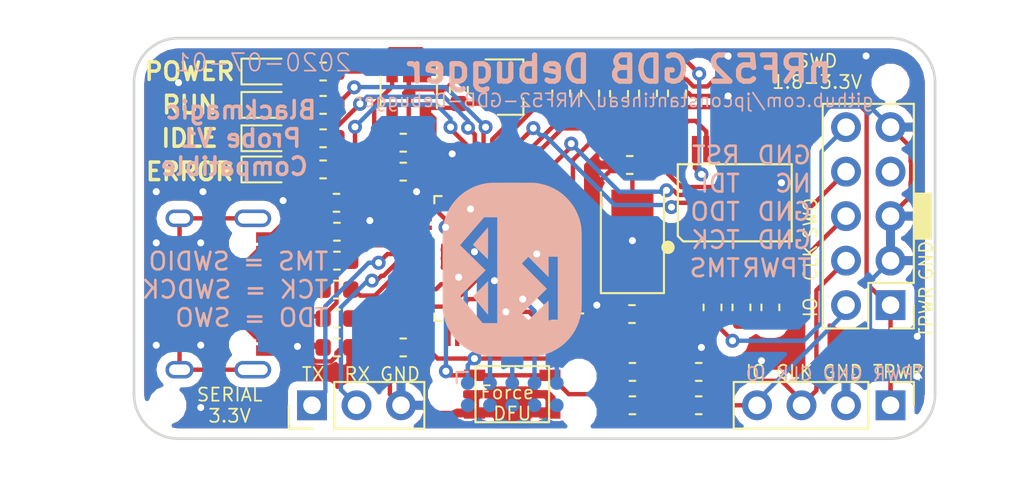
<source format=kicad_pcb>
(kicad_pcb (version 20171130) (host pcbnew "(5.0.0)")
  (layers (0 F.Cu signal) (31 B.Cu signal) (34 B.Paste user) (35 F.Paste user) (36 B.SilkS user) (37 F.SilkS user) (38 B.Mask user) (39 F.Mask user) (44 Edge.Cuts user))
  (net 0 "")
  (net 1 +5V)
  (net 2 GND)
  (net 3 +3V3)
  (net 4 "Net-(C3-Pad1)")
  (net 5 "Net-(C4-Pad1)")
  (net 6 "Net-(D1-Pad2)")
  (net 7 "Net-(D2-Pad2)")
  (net 8 "Net-(D3-Pad2)")
  (net 9 "Net-(D4-Pad2)")
  (net 10 "Net-(J1-PadS1)")
  (net 11 "Net-(J1-PadA6)")
  (net 12 "Net-(J1-PadA7)")
  (net 13 "Net-(J1-PadA5)")
  (net 14 "Net-(J1-PadB5)")
  (net 15 /LED2)
  (net 16 /LED1)
  (net 17 /LED0)
  (net 18 /USB_DM)
  (net 19 /USB_DP)
  (net 20 /USB_ENUM)
  (net 21 /VBUS_ADC)
  (net 22 /RST)
  (net 23 /TDI)
  (net 24 /TMS)
  (net 25 /TCK)
  (net 26 /TDO)
  (net 27 /TARGET_POWER_ADC)
  (net 28 /PWR_BB)
  (net 29 /TXD)
  (net 30 /RXD)
  (net 31 /SWDIO)
  (net 32 /SWCLK)
  (net 33 /TPWR)
  (net 34 /BOOTLOADER)
  (net 35 "Net-(C8-Pad1)")
  (net 36 "Net-(R17-Pad1)")
  (net 37 "Net-(R18-Pad1)")
  (net 38 "Net-(R19-Pad1)")
  (net 39 "Net-(R20-Pad1)")
  (net 40 "Net-(R21-Pad1)")
  (net 41 /iRST)
  (net 42 /iTDI)
  (net 43 /iTMS)
  (net 44 /iTCK)
  (net 45 /iTDO)
  (module Capacitor_SMD:C_0603_1608Metric (layer F.Cu) (at 40.767 31.369)
    (fp_text reference C1 hide)
    (fp_text value 10uF)
    (pad 1 smd roundrect (at -0.7875 0) (size 0.875 0.95) (layers F.Cu F.Paste F.Mask) (net 1 +5V))
    (pad 2 smd roundrect (at 0.7875 0) (size 0.875 0.95) (layers F.Cu F.Paste F.Mask) (net 2 GND))
  )
  (module Capacitor_SMD:C_0603_1608Metric (layer F.Cu) (at 43.942 28.3465 90)
    (fp_text reference C2 hide)
    (fp_text value 10uF)
    (pad 2 smd roundrect (at 0.7875 0 90) (size 0.875 0.95) (layers F.Cu F.Paste F.Mask) (net 2 GND))
    (pad 1 smd roundrect (at -0.7875 0 90) (size 0.875 0.95) (layers F.Cu F.Paste F.Mask) (net 3 +3V3))
  )
  (module LED_SMD:LED_0603_1608Metric (layer F.Cu) (at 33.02 27.305)
    (fp_text reference D1 hide)
    (fp_text value "Green - 19-217/GHC-YR1S2/3T")
    (pad 1 smd roundrect (at -0.7875 0) (size 0.875 0.95) (layers F.Cu F.Paste F.Mask) (net 2 GND))
    (pad 2 smd roundrect (at 0.7875 0) (size 0.875 0.95) (layers F.Cu F.Paste F.Mask) (net 6 "Net-(D1-Pad2)"))
  )
  (module LED_SMD:LED_0603_1608Metric (layer F.Cu) (at 33.02 32.893)
    (fp_text reference D2 hide)
    (fp_text value "Red - KT-0603R")
    (pad 2 smd roundrect (at 0.7875 0) (size 0.875 0.95) (layers F.Cu F.Paste F.Mask) (net 7 "Net-(D2-Pad2)"))
    (pad 1 smd roundrect (at -0.7875 0) (size 0.875 0.95) (layers F.Cu F.Paste F.Mask) (net 2 GND))
  )
  (module LED_SMD:LED_0603_1608Metric (layer F.Cu) (at 33.02 31.115)
    (fp_text reference D3 hide)
    (fp_text value "Yellow - 19-213/Y2C-CQ2R2L/3T(CY)")
    (pad 1 smd roundrect (at -0.7875 0) (size 0.875 0.95) (layers F.Cu F.Paste F.Mask) (net 2 GND))
    (pad 2 smd roundrect (at 0.7875 0) (size 0.875 0.95) (layers F.Cu F.Paste F.Mask) (net 8 "Net-(D3-Pad2)"))
  )
  (module LED_SMD:LED_0603_1608Metric (layer F.Cu) (at 33.02 29.21)
    (fp_text reference D4 hide)
    (fp_text value "Yellow - 19-213/Y2C-CQ2R2L/3T(CY)")
    (pad 2 smd roundrect (at 0.7875 0) (size 0.875 0.95) (layers F.Cu F.Paste F.Mask) (net 9 "Net-(D4-Pad2)"))
    (pad 1 smd roundrect (at -0.7875 0) (size 0.875 0.95) (layers F.Cu F.Paste F.Mask) (net 2 GND))
  )
  (module footprints:HRO-TYPE-C-31-M-12-C165948 (layer F.Cu) (at 25.4 40.005 270)
    (fp_text reference J1 hide)
    (fp_text value USB_C_Receptacle)
    (pad S1 thru_hole oval (at 4.32 -2.6 270) (size 1 1.6) (drill oval 0.6 1.2) (layers *.Cu *.Mask) (net 10 "Net-(J1-PadS1)"))
    (pad S1 thru_hole oval (at -4.32 -2.6 270) (size 1 1.6) (drill oval 0.6 1.2) (layers *.Cu *.Mask) (net 10 "Net-(J1-PadS1)"))
    (pad S1 thru_hole oval (at 4.32 -6.78 270) (size 1 2.1) (drill oval 0.6 1.7) (layers *.Cu *.Mask) (net 10 "Net-(J1-PadS1)"))
    (pad S1 thru_hole oval (at -4.32 -6.78 270) (size 1 2.1) (drill oval 0.6 1.7) (layers *.Cu *.Mask) (net 10 "Net-(J1-PadS1)"))
    (pad "" np_thru_hole circle (at -2.89 -6.25 270) (size 0.65 0.65) (drill 0.65) (layers *.Cu *.Mask))
    (pad "" np_thru_hole circle (at 2.89 -6.25 270) (size 0.65 0.65) (drill 0.65) (layers *.Cu *.Mask))
    (pad A6 smd rect (at -0.25 -7.695 270) (size 0.3 1.45) (layers F.Cu F.Paste F.Mask) (net 11 "Net-(J1-PadA6)"))
    (pad A7 smd rect (at 0.25 -7.695 270) (size 0.3 1.45) (layers F.Cu F.Paste F.Mask) (net 12 "Net-(J1-PadA7)"))
    (pad B6 smd rect (at 0.75 -7.695 270) (size 0.3 1.45) (layers F.Cu F.Paste F.Mask) (net 11 "Net-(J1-PadA6)"))
    (pad B7 smd rect (at -0.75 -7.695 270) (size 0.3 1.45) (layers F.Cu F.Paste F.Mask) (net 12 "Net-(J1-PadA7)"))
    (pad A8 smd rect (at 1.25 -7.695 270) (size 0.3 1.45) (layers F.Cu F.Paste F.Mask))
    (pad A5 smd rect (at -1.25 -7.695 270) (size 0.3 1.45) (layers F.Cu F.Paste F.Mask) (net 13 "Net-(J1-PadA5)"))
    (pad B5 smd rect (at 1.75 -7.695 270) (size 0.3 1.45) (layers F.Cu F.Paste F.Mask) (net 14 "Net-(J1-PadB5)"))
    (pad B8 smd rect (at -1.75 -7.695 270) (size 0.3 1.45) (layers F.Cu F.Paste F.Mask))
    (pad A4 smd rect (at -2.45 -7.695 270) (size 0.6 1.45) (layers F.Cu F.Paste F.Mask) (net 1 +5V))
    (pad A4 smd rect (at 2.45 -7.695 270) (size 0.6 1.45) (layers F.Cu F.Paste F.Mask) (net 1 +5V))
    (pad A1 smd rect (at -3.225 -7.695 270) (size 0.6 1.45) (layers F.Cu F.Paste F.Mask) (net 2 GND))
    (pad A1 smd rect (at 3.225 -7.695 270) (size 0.6 1.45) (layers F.Cu F.Paste F.Mask) (net 2 GND))
  )
  (module Resistor_SMD:R_0603_1608Metric (layer F.Cu) (at 36.9825 36.449 180)
    (fp_text reference R1 hide)
    (fp_text value 5k1)
    (pad 2 smd roundrect (at 0.7875 0 180) (size 0.875 0.95) (layers F.Cu F.Paste F.Mask) (net 13 "Net-(J1-PadA5)"))
    (pad 1 smd roundrect (at -0.7875 0 180) (size 0.875 0.95) (layers F.Cu F.Paste F.Mask) (net 2 GND))
  )
  (module Resistor_SMD:R_0603_1608Metric (layer F.Cu) (at 36.9825 43.053 180)
    (fp_text reference R2 hide)
    (fp_text value 5k1)
    (pad 1 smd roundrect (at -0.7875 0 180) (size 0.875 0.95) (layers F.Cu F.Paste F.Mask) (net 2 GND))
    (pad 2 smd roundrect (at 0.7875 0 180) (size 0.875 0.95) (layers F.Cu F.Paste F.Mask) (net 14 "Net-(J1-PadB5)"))
  )
  (module Resistor_SMD:R_0603_1608Metric (layer F.Cu) (at 36.9825 39.751 180)
    (fp_text reference R3 hide)
    (fp_text value 22R)
    (pad 2 smd roundrect (at 0.7875 0 180) (size 0.875 0.95) (layers F.Cu F.Paste F.Mask) (net 12 "Net-(J1-PadA7)"))
    (pad 1 smd roundrect (at -0.7875 0 180) (size 0.875 0.95) (layers F.Cu F.Paste F.Mask) (net 18 /USB_DM))
  )
  (module Resistor_SMD:R_0603_1608Metric (layer F.Cu) (at 36.9825 41.402 180)
    (fp_text reference R4 hide)
    (fp_text value 22R)
    (pad 1 smd roundrect (at -0.7875 0 180) (size 0.875 0.95) (layers F.Cu F.Paste F.Mask) (net 19 /USB_DP))
    (pad 2 smd roundrect (at 0.7875 0 180) (size 0.875 0.95) (layers F.Cu F.Paste F.Mask) (net 11 "Net-(J1-PadA6)"))
  )
  (module Resistor_SMD:R_0603_1608Metric (layer F.Cu) (at 36.9825 38.1 180)
    (fp_text reference R5 hide)
    (fp_text value 1k5)
    (pad 2 smd roundrect (at 0.7875 0 180) (size 0.875 0.95) (layers F.Cu F.Paste F.Mask) (net 11 "Net-(J1-PadA6)"))
    (pad 1 smd roundrect (at -0.7875 0 180) (size 0.875 0.95) (layers F.Cu F.Paste F.Mask) (net 20 /USB_ENUM))
  )
  (module Resistor_SMD:R_0603_1608Metric (layer F.Cu) (at 36.195 27.305)
    (fp_text reference R7 hide)
    (fp_text value 1k0)
    (pad 2 smd roundrect (at 0.7875 0) (size 0.875 0.95) (layers F.Cu F.Paste F.Mask) (net 3 +3V3))
    (pad 1 smd roundrect (at -0.7875 0) (size 0.875 0.95) (layers F.Cu F.Paste F.Mask) (net 6 "Net-(D1-Pad2)"))
  )
  (module Resistor_SMD:R_0603_1608Metric (layer F.Cu) (at 36.195 32.893)
    (fp_text reference R8 hide)
    (fp_text value 1k0)
    (pad 1 smd roundrect (at -0.7875 0) (size 0.875 0.95) (layers F.Cu F.Paste F.Mask) (net 7 "Net-(D2-Pad2)"))
    (pad 2 smd roundrect (at 0.7875 0) (size 0.875 0.95) (layers F.Cu F.Paste F.Mask) (net 15 /LED2))
  )
  (module Resistor_SMD:R_0603_1608Metric (layer F.Cu) (at 36.195 31.115)
    (fp_text reference R9 hide)
    (fp_text value 1k0)
    (pad 2 smd roundrect (at 0.7875 0) (size 0.875 0.95) (layers F.Cu F.Paste F.Mask) (net 16 /LED1))
    (pad 1 smd roundrect (at -0.7875 0) (size 0.875 0.95) (layers F.Cu F.Paste F.Mask) (net 8 "Net-(D3-Pad2)"))
  )
  (module Resistor_SMD:R_0603_1608Metric (layer F.Cu) (at 36.195 29.21)
    (fp_text reference R10 hide)
    (fp_text value 1k0)
    (pad 1 smd roundrect (at -0.7875 0) (size 0.875 0.95) (layers F.Cu F.Paste F.Mask) (net 9 "Net-(D4-Pad2)"))
    (pad 2 smd roundrect (at 0.7875 0) (size 0.875 0.95) (layers F.Cu F.Paste F.Mask) (net 17 /LED0))
  )
  (module Resistor_SMD:R_0603_1608Metric (layer F.Cu) (at 40.767 33.02 180)
    (fp_text reference R11 hide)
    (fp_text value 10k)
    (pad 1 smd roundrect (at -0.7875 0 180) (size 0.875 0.95) (layers F.Cu F.Paste F.Mask) (net 2 GND))
    (pad 2 smd roundrect (at 0.7875 0 180) (size 0.875 0.95) (layers F.Cu F.Paste F.Mask) (net 21 /VBUS_ADC))
  )
  (module Resistor_SMD:R_0603_1608Metric (layer F.Cu) (at 36.957 34.798 180)
    (fp_text reference R12 hide)
    (fp_text value 4k7)
    (pad 2 smd roundrect (at 0.7875 0 180) (size 0.875 0.95) (layers F.Cu F.Paste F.Mask) (net 1 +5V))
    (pad 1 smd roundrect (at -0.7875 0 180) (size 0.875 0.95) (layers F.Cu F.Paste F.Mask) (net 21 /VBUS_ADC))
  )
  (module footprints:SW_TACT_TS-1145A_C318904 (layer F.Cu) (at 46.99 45.72 180)
    (fp_text reference SW2 hide)
    (fp_text value SW_Push hide)
    (pad 2 smd rect (at 2.15 1.075 180) (size 1.2 0.65) (layers F.Cu F.Paste F.Mask) (net 34 /BOOTLOADER))
    (pad 2 smd rect (at -2.15 1.075 180) (size 1.2 0.65) (layers F.Cu F.Paste F.Mask) (net 34 /BOOTLOADER))
    (pad 1 smd rect (at 2.15 -1.075 180) (size 1.2 0.65) (layers F.Cu F.Paste F.Mask) (net 2 GND))
    (pad 1 smd rect (at -2.15 -1.075 180) (size 1.2 0.65) (layers F.Cu F.Paste F.Mask) (net 2 GND))
  )
  (module Package_QFP:LQFP-48_7x7mm_P0.5mm (layer F.Cu) (at 46.101 37.973 180)
    (fp_text reference U2 hide)
    (fp_text value STM32F103CBTx)
    (pad 48 smd rect (at -2.75 -4.35 270) (size 1.3 0.25) (layers F.Cu F.Paste F.Mask) (net 3 +3V3))
    (pad 47 smd rect (at -2.25 -4.35 270) (size 1.3 0.25) (layers F.Cu F.Paste F.Mask) (net 2 GND))
    (pad 46 smd rect (at -1.75 -4.35 270) (size 1.3 0.25) (layers F.Cu F.Paste F.Mask))
    (pad 45 smd rect (at -1.25 -4.35 270) (size 1.3 0.25) (layers F.Cu F.Paste F.Mask))
    (pad 44 smd rect (at -0.75 -4.35 270) (size 1.3 0.25) (layers F.Cu F.Paste F.Mask) (net 2 GND))
    (pad 43 smd rect (at -0.25 -4.35 270) (size 1.3 0.25) (layers F.Cu F.Paste F.Mask))
    (pad 42 smd rect (at 0.25 -4.35 270) (size 1.3 0.25) (layers F.Cu F.Paste F.Mask))
    (pad 41 smd rect (at 0.75 -4.35 270) (size 1.3 0.25) (layers F.Cu F.Paste F.Mask) (net 3 +3V3))
    (pad 40 smd rect (at 1.25 -4.35 270) (size 1.3 0.25) (layers F.Cu F.Paste F.Mask) (net 3 +3V3))
    (pad 39 smd rect (at 1.75 -4.35 270) (size 1.3 0.25) (layers F.Cu F.Paste F.Mask))
    (pad 38 smd rect (at 2.25 -4.35 270) (size 1.3 0.25) (layers F.Cu F.Paste F.Mask))
    (pad 37 smd rect (at 2.75 -4.35 270) (size 1.3 0.25) (layers F.Cu F.Paste F.Mask) (net 32 /SWCLK))
    (pad 36 smd rect (at 4.35 -2.75 180) (size 1.3 0.25) (layers F.Cu F.Paste F.Mask) (net 3 +3V3))
    (pad 35 smd rect (at 4.35 -2.25 180) (size 1.3 0.25) (layers F.Cu F.Paste F.Mask) (net 2 GND))
    (pad 34 smd rect (at 4.35 -1.75 180) (size 1.3 0.25) (layers F.Cu F.Paste F.Mask) (net 31 /SWDIO))
    (pad 33 smd rect (at 4.35 -1.25 180) (size 1.3 0.25) (layers F.Cu F.Paste F.Mask) (net 19 /USB_DP))
    (pad 32 smd rect (at 4.35 -0.75 180) (size 1.3 0.25) (layers F.Cu F.Paste F.Mask) (net 18 /USB_DM))
    (pad 31 smd rect (at 4.35 -0.25 180) (size 1.3 0.25) (layers F.Cu F.Paste F.Mask) (net 30 /RXD))
    (pad 30 smd rect (at 4.35 0.25 180) (size 1.3 0.25) (layers F.Cu F.Paste F.Mask) (net 29 /TXD))
    (pad 29 smd rect (at 4.35 0.75 180) (size 1.3 0.25) (layers F.Cu F.Paste F.Mask) (net 20 /USB_ENUM))
    (pad 28 smd rect (at 4.35 1.25 180) (size 1.3 0.25) (layers F.Cu F.Paste F.Mask))
    (pad 27 smd rect (at 4.35 1.75 180) (size 1.3 0.25) (layers F.Cu F.Paste F.Mask))
    (pad 26 smd rect (at 4.35 2.25 180) (size 1.3 0.25) (layers F.Cu F.Paste F.Mask) (net 21 /VBUS_ADC))
    (pad 25 smd rect (at 4.35 2.75 180) (size 1.3 0.25) (layers F.Cu F.Paste F.Mask) (net 34 /BOOTLOADER))
    (pad 24 smd rect (at 2.75 4.35 270) (size 1.3 0.25) (layers F.Cu F.Paste F.Mask) (net 3 +3V3))
    (pad 23 smd rect (at 2.25 4.35 270) (size 1.3 0.25) (layers F.Cu F.Paste F.Mask) (net 2 GND))
    (pad 22 smd rect (at 1.75 4.35 270) (size 1.3 0.25) (layers F.Cu F.Paste F.Mask) (net 15 /LED2))
    (pad 21 smd rect (at 1.25 4.35 270) (size 1.3 0.25) (layers F.Cu F.Paste F.Mask) (net 16 /LED1))
    (pad 20 smd rect (at 0.75 4.35 270) (size 1.3 0.25) (layers F.Cu F.Paste F.Mask) (net 17 /LED0))
    (pad 19 smd rect (at 0.25 4.35 270) (size 1.3 0.25) (layers F.Cu F.Paste F.Mask) (net 28 /PWR_BB))
    (pad 18 smd rect (at -0.25 4.35 270) (size 1.3 0.25) (layers F.Cu F.Paste F.Mask) (net 27 /TARGET_POWER_ADC))
    (pad 17 smd rect (at -0.75 4.35 270) (size 1.3 0.25) (layers F.Cu F.Paste F.Mask))
    (pad 16 smd rect (at -1.25 4.35 270) (size 1.3 0.25) (layers F.Cu F.Paste F.Mask) (net 45 /iTDO))
    (pad 15 smd rect (at -1.75 4.35 270) (size 1.3 0.25) (layers F.Cu F.Paste F.Mask) (net 44 /iTCK))
    (pad 14 smd rect (at -2.25 4.35 270) (size 1.3 0.25) (layers F.Cu F.Paste F.Mask) (net 43 /iTMS))
    (pad 13 smd rect (at -2.75 4.35 270) (size 1.3 0.25) (layers F.Cu F.Paste F.Mask) (net 42 /iTDI))
    (pad 12 smd rect (at -4.35 2.75 180) (size 1.3 0.25) (layers F.Cu F.Paste F.Mask) (net 41 /iRST))
    (pad 11 smd rect (at -4.35 2.25 180) (size 1.3 0.25) (layers F.Cu F.Paste F.Mask))
    (pad 10 smd rect (at -4.35 1.75 180) (size 1.3 0.25) (layers F.Cu F.Paste F.Mask))
    (pad 9 smd rect (at -4.35 1.25 180) (size 1.3 0.25) (layers F.Cu F.Paste F.Mask) (net 3 +3V3))
    (pad 8 smd rect (at -4.35 0.75 180) (size 1.3 0.25) (layers F.Cu F.Paste F.Mask) (net 2 GND))
    (pad 7 smd rect (at -4.35 0.25 180) (size 1.3 0.25) (layers F.Cu F.Paste F.Mask))
    (pad 6 smd rect (at -4.35 -0.25 180) (size 1.3 0.25) (layers F.Cu F.Paste F.Mask) (net 5 "Net-(C4-Pad1)"))
    (pad 5 smd rect (at -4.35 -0.75 180) (size 1.3 0.25) (layers F.Cu F.Paste F.Mask) (net 4 "Net-(C3-Pad1)"))
    (pad 4 smd rect (at -4.35 -1.25 180) (size 1.3 0.25) (layers F.Cu F.Paste F.Mask))
    (pad 3 smd rect (at -4.35 -1.75 180) (size 1.3 0.25) (layers F.Cu F.Paste F.Mask))
    (pad 2 smd rect (at -4.35 -2.25 180) (size 1.3 0.25) (layers F.Cu F.Paste F.Mask))
    (pad 1 smd rect (at -4.35 -2.75 180) (size 1.3 0.25) (layers F.Cu F.Paste F.Mask) (net 3 +3V3))
  )
  (module Resistor_SMD:R_0603_1608Metric (layer F.Cu) (at 49.784 28.5495 90)
    (fp_text reference R13 hide)
    (fp_text value 4k7)
    (pad 1 smd roundrect (at -0.7875 0 90) (size 0.875 0.95) (layers F.Cu F.Paste F.Mask) (net 27 /TARGET_POWER_ADC))
    (pad 2 smd roundrect (at 0.7875 0 90) (size 0.875 0.95) (layers F.Cu F.Paste F.Mask) (net 33 /TPWR))
  )
  (module Resistor_SMD:R_0603_1608Metric (layer F.Cu) (at 51.435 28.5495 270)
    (fp_text reference R14 hide)
    (fp_text value 10k)
    (pad 2 smd roundrect (at 0.7875 0 270) (size 0.875 0.95) (layers F.Cu F.Paste F.Mask) (net 27 /TARGET_POWER_ADC))
    (pad 1 smd roundrect (at -0.7875 0 270) (size 0.875 0.95) (layers F.Cu F.Paste F.Mask) (net 2 GND))
  )
  (module Connector:Tag-Connect_TC2050-IDC-NL_2x05_P1.27mm_Vertical (layer B.Cu) (at 46.99 45.72)
    (fp_text reference J2 hide)
    (fp_text value TC2050-IDC hide)
    (pad "" np_thru_hole circle (at 3.81 1.016) (size 0.9906 0.9906) (drill 0.9906) (layers *.Cu *.Mask))
    (pad "" np_thru_hole circle (at 3.81 -1.016) (size 0.9906 0.9906) (drill 0.9906) (layers *.Cu *.Mask))
    (pad "" np_thru_hole circle (at -3.81 0) (size 0.9906 0.9906) (drill 0.9906) (layers *.Cu *.Mask))
    (pad 1 connect circle (at -2.54 -0.635) (size 0.7874 0.7874) (layers B.Cu B.Mask) (net 3 +3V3))
    (pad 2 connect circle (at -1.27 -0.635) (size 0.7874 0.7874) (layers B.Cu B.Mask) (net 31 /SWDIO))
    (pad 3 connect circle (at 0 -0.635) (size 0.7874 0.7874) (layers B.Cu B.Mask) (net 2 GND))
    (pad 4 connect circle (at 1.27 -0.635) (size 0.7874 0.7874) (layers B.Cu B.Mask) (net 32 /SWCLK))
    (pad 5 connect circle (at 2.54 -0.635) (size 0.7874 0.7874) (layers B.Cu B.Mask) (net 2 GND))
    (pad 6 connect circle (at 2.54 0.635) (size 0.7874 0.7874) (layers B.Cu B.Mask))
    (pad 7 connect circle (at 1.27 0.635) (size 0.7874 0.7874) (layers B.Cu B.Mask))
    (pad 8 connect circle (at 0 0.635) (size 0.7874 0.7874) (layers B.Cu B.Mask))
    (pad 9 connect circle (at -1.27 0.635) (size 0.7874 0.7874) (layers B.Cu B.Mask))
    (pad 10 connect circle (at -2.54 0.635) (size 0.7874 0.7874) (layers B.Cu B.Mask))
  )
  (module Capacitor_SMD:C_0603_1608Metric (layer F.Cu) (at 53.086 28.575 90)
    (fp_text reference C5 hide)
    (fp_text value 100nF)
    (pad 1 smd roundrect (at -0.7875 0 90) (size 0.875 0.95) (layers F.Cu F.Paste F.Mask) (net 27 /TARGET_POWER_ADC))
    (pad 2 smd roundrect (at 0.7875 0 90) (size 0.875 0.95) (layers F.Cu F.Paste F.Mask) (net 2 GND))
  )
  (module Resistor_SMD:R_0603_1608Metric (layer F.Cu) (at 53.848 46.355)
    (fp_text reference R15 hide)
    (fp_text value 10k)
    (pad 1 smd roundrect (at -0.7875 0) (size 0.875 0.95) (layers F.Cu F.Paste F.Mask) (net 34 /BOOTLOADER))
    (pad 2 smd roundrect (at 0.7875 0) (size 0.875 0.95) (layers F.Cu F.Paste F.Mask) (net 3 +3V3))
  )
  (module Connector_PinHeader_2.54mm:PinHeader_2x05_P2.54mm_Vertical (layer F.Cu) (at 68.58 40.64 180)
    (fp_text reference J3 hide)
    (fp_text value Conn_02x05_Odd_Even)
    (pad 1 thru_hole rect (at 0 0 180) (size 1.7 1.7) (drill 1) (layers *.Cu *.Mask) (net 33 /TPWR))
    (pad 2 thru_hole oval (at 2.54 0 180) (size 1.7 1.7) (drill 1) (layers *.Cu *.Mask) (net 24 /TMS))
    (pad 3 thru_hole oval (at 0 2.54 180) (size 1.7 1.7) (drill 1) (layers *.Cu *.Mask) (net 2 GND))
    (pad 4 thru_hole oval (at 2.54 2.54 180) (size 1.7 1.7) (drill 1) (layers *.Cu *.Mask) (net 25 /TCK))
    (pad 5 thru_hole oval (at 0 5.08 180) (size 1.7 1.7) (drill 1) (layers *.Cu *.Mask) (net 2 GND))
    (pad 6 thru_hole oval (at 2.54 5.08 180) (size 1.7 1.7) (drill 1) (layers *.Cu *.Mask) (net 26 /TDO))
    (pad 7 thru_hole oval (at 0 7.62 180) (size 1.7 1.7) (drill 1) (layers *.Cu *.Mask))
    (pad 8 thru_hole oval (at 2.54 7.62 180) (size 1.7 1.7) (drill 1) (layers *.Cu *.Mask) (net 23 /TDI))
    (pad 9 thru_hole oval (at 0 10.16 180) (size 1.7 1.7) (drill 1) (layers *.Cu *.Mask) (net 2 GND))
    (pad 10 thru_hole oval (at 2.54 10.16 180) (size 1.7 1.7) (drill 1) (layers *.Cu *.Mask) (net 22 /RST))
  )
  (module Connector_PinHeader_2.54mm:PinHeader_1x03_P2.54mm_Vertical (layer F.Cu) (at 35.56 46.355 90)
    (fp_text reference J4 hide)
    (fp_text value Conn_01x03)
    (pad 1 thru_hole rect (at 0 0 90) (size 1.7 1.7) (drill 1) (layers *.Cu *.Mask) (net 29 /TXD))
    (pad 2 thru_hole oval (at 0 2.54 90) (size 1.7 1.7) (drill 1) (layers *.Cu *.Mask) (net 30 /RXD))
    (pad 3 thru_hole oval (at 0 5.08 90) (size 1.7 1.7) (drill 1) (layers *.Cu *.Mask) (net 2 GND))
  )
  (module Connector_PinHeader_2.54mm:PinHeader_1x04_P2.54mm_Vertical (layer F.Cu) (at 68.58 46.355 270)
    (fp_text reference J5 hide)
    (fp_text value Conn_01x04)
    (pad 1 thru_hole rect (at 0 0 270) (size 1.7 1.7) (drill 1) (layers *.Cu *.Mask) (net 33 /TPWR))
    (pad 2 thru_hole oval (at 0 2.54 270) (size 1.7 1.7) (drill 1) (layers *.Cu *.Mask) (net 2 GND))
    (pad 3 thru_hole oval (at 0 5.08 270) (size 1.7 1.7) (drill 1) (layers *.Cu *.Mask) (net 25 /TCK))
    (pad 4 thru_hole oval (at 0 7.62 270) (size 1.7 1.7) (drill 1) (layers *.Cu *.Mask) (net 24 /TMS))
  )
  (module Package_TO_SOT_SMD:SOT-23 (layer F.Cu) (at 46.863 28.194)
    (fp_text reference Q1 hide)
    (fp_text value SI2301CDS-T1-GE3)
    (pad 1 smd rect (at -1 -0.95) (size 0.9 0.8) (layers F.Cu F.Paste F.Mask) (net 28 /PWR_BB))
    (pad 2 smd rect (at -1 0.95) (size 0.9 0.8) (layers F.Cu F.Paste F.Mask) (net 3 +3V3))
    (pad 3 smd rect (at 1 0) (size 0.9 0.8) (layers F.Cu F.Paste F.Mask) (net 33 /TPWR))
  )
  (module Capacitor_SMD:C_0603_1608Metric (layer F.Cu) (at 40.767 43.053 180)
    (fp_text reference C6 hide)
    (fp_text value 100nF)
    (pad 1 smd roundrect (at -0.7875 0 180) (size 0.875 0.95) (layers F.Cu F.Paste F.Mask) (net 3 +3V3))
    (pad 2 smd roundrect (at 0.7875 0 180) (size 0.875 0.95) (layers F.Cu F.Paste F.Mask) (net 2 GND))
  )
  (module Capacitor_SMD:C_0603_1608Metric (layer F.Cu) (at 53.848 44.45)
    (fp_text reference C7 hide)
    (fp_text value 100nF)
    (pad 2 smd roundrect (at 0.7875 0) (size 0.875 0.95) (layers F.Cu F.Paste F.Mask) (net 2 GND))
    (pad 1 smd roundrect (at -0.7875 0) (size 0.875 0.95) (layers F.Cu F.Paste F.Mask) (net 3 +3V3))
  )
  (module Capacitor_SMD:C_0603_1608Metric (layer F.Cu) (at 54.737 28.5495 90)
    (fp_text reference C8 hide)
    (fp_text value 100nF)
    (pad 2 smd roundrect (at 0.7875 0 90) (size 0.875 0.95) (layers F.Cu F.Paste F.Mask) (net 2 GND))
    (pad 1 smd roundrect (at -0.7875 0 90) (size 0.875 0.95) (layers F.Cu F.Paste F.Mask) (net 35 "Net-(C8-Pad1)"))
  )
  (module Resistor_SMD:R_0603_1608Metric (layer F.Cu) (at 56.388 28.5495 90)
    (fp_text reference R16 hide)
    (fp_text value 100R)
    (pad 1 smd roundrect (at -0.7875 0 90) (size 0.875 0.95) (layers F.Cu F.Paste F.Mask) (net 35 "Net-(C8-Pad1)"))
    (pad 2 smd roundrect (at 0.7875 0 90) (size 0.875 0.95) (layers F.Cu F.Paste F.Mask) (net 33 /TPWR))
  )
  (module Resistor_SMD:R_0603_1608Metric (layer F.Cu) (at 57.6325 46.355)
    (fp_text reference R17 hide)
    (fp_text value 100R)
    (pad 1 smd roundrect (at -0.7875 0) (size 0.875 0.95) (layers F.Cu F.Paste F.Mask) (net 36 "Net-(R17-Pad1)"))
    (pad 2 smd roundrect (at 0.7875 0) (size 0.875 0.95) (layers F.Cu F.Paste F.Mask) (net 24 /TMS))
  )
  (module Resistor_SMD:R_0603_1608Metric (layer F.Cu) (at 57.6325 44.45)
    (fp_text reference R18 hide)
    (fp_text value 100R)
    (pad 2 smd roundrect (at 0.7875 0) (size 0.875 0.95) (layers F.Cu F.Paste F.Mask) (net 25 /TCK))
    (pad 1 smd roundrect (at -0.7875 0) (size 0.875 0.95) (layers F.Cu F.Paste F.Mask) (net 37 "Net-(R18-Pad1)"))
  )
  (module Resistor_SMD:R_0603_1608Metric (layer F.Cu) (at 61.722 40.767 270)
    (fp_text reference R19 hide)
    (fp_text value 100R)
    (pad 1 smd roundrect (at -0.7875 0 270) (size 0.875 0.95) (layers F.Cu F.Paste F.Mask) (net 38 "Net-(R19-Pad1)"))
    (pad 2 smd roundrect (at 0.7875 0 270) (size 0.875 0.95) (layers F.Cu F.Paste F.Mask) (net 26 /TDO))
  )
  (module Resistor_SMD:R_0603_1608Metric (layer F.Cu) (at 60.071 40.767 270)
    (fp_text reference R20 hide)
    (fp_text value 100R)
    (pad 2 smd roundrect (at 0.7875 0 270) (size 0.875 0.95) (layers F.Cu F.Paste F.Mask) (net 23 /TDI))
    (pad 1 smd roundrect (at -0.7875 0 270) (size 0.875 0.95) (layers F.Cu F.Paste F.Mask) (net 39 "Net-(R20-Pad1)"))
  )
  (module Resistor_SMD:R_0603_1608Metric (layer F.Cu) (at 58.42 40.767 270)
    (fp_text reference R21 hide)
    (fp_text value 100R)
    (pad 1 smd roundrect (at -0.7875 0 270) (size 0.875 0.95) (layers F.Cu F.Paste F.Mask) (net 40 "Net-(R21-Pad1)"))
    (pad 2 smd roundrect (at 0.7875 0 270) (size 0.875 0.95) (layers F.Cu F.Paste F.Mask) (net 22 /RST))
  )
  (module footprints:TSSOP20-0.65-6.5X4.4MM (layer F.Cu) (at 59.69 34.798)
    (fp_text reference U3 hide)
    (fp_text value TXS0108EPWR)
    (pad 1 smd rect (at -2.925 3.065) (size 0.35 1.5) (layers F.Cu F.Paste F.Mask) (net 36 "Net-(R17-Pad1)"))
    (pad 2 smd rect (at -2.275 3.065) (size 0.35 1.5) (layers F.Cu F.Paste F.Mask) (net 35 "Net-(C8-Pad1)"))
    (pad 3 smd rect (at -1.625 3.065) (size 0.35 1.5) (layers F.Cu F.Paste F.Mask) (net 37 "Net-(R18-Pad1)"))
    (pad 4 smd rect (at -0.975 3.065) (size 0.35 1.5) (layers F.Cu F.Paste F.Mask))
    (pad 5 smd rect (at -0.325 3.065) (size 0.35 1.5) (layers F.Cu F.Paste F.Mask))
    (pad 6 smd rect (at 0.325 3.065) (size 0.35 1.5) (layers F.Cu F.Paste F.Mask) (net 40 "Net-(R21-Pad1)"))
    (pad 7 smd rect (at 0.975 3.065) (size 0.35 1.5) (layers F.Cu F.Paste F.Mask))
    (pad 8 smd rect (at 1.625 3.065) (size 0.35 1.5) (layers F.Cu F.Paste F.Mask) (net 39 "Net-(R20-Pad1)"))
    (pad 9 smd rect (at 2.275 3.065) (size 0.35 1.5) (layers F.Cu F.Paste F.Mask) (net 38 "Net-(R19-Pad1)"))
    (pad 10 smd rect (at 2.925 3.065) (size 0.35 1.5) (layers F.Cu F.Paste F.Mask) (net 35 "Net-(C8-Pad1)"))
    (pad 11 smd rect (at 2.91 -3.065) (size 0.35 1.5) (layers F.Cu F.Paste F.Mask) (net 2 GND))
    (pad 12 smd rect (at 2.26 -3.065) (size 0.35 1.5) (layers F.Cu F.Paste F.Mask) (net 45 /iTDO))
    (pad 13 smd rect (at 1.61 -3.065) (size 0.35 1.5) (layers F.Cu F.Paste F.Mask) (net 42 /iTDI))
    (pad 14 smd rect (at 0.96 -3.065) (size 0.35 1.5) (layers F.Cu F.Paste F.Mask) (net 2 GND))
    (pad 15 smd rect (at 0.325 -3.065) (size 0.35 1.5) (layers F.Cu F.Paste F.Mask) (net 41 /iRST))
    (pad 16 smd rect (at -0.325 -3.065) (size 0.35 1.5) (layers F.Cu F.Paste F.Mask) (net 2 GND))
    (pad 17 smd rect (at -0.975 -3.065) (size 0.35 1.5) (layers F.Cu F.Paste F.Mask) (net 2 GND))
    (pad 18 smd rect (at -1.625 -3.065) (size 0.35 1.5) (layers F.Cu F.Paste F.Mask) (net 44 /iTCK))
    (pad 19 smd rect (at -2.275 -3.065) (size 0.35 1.5) (layers F.Cu F.Paste F.Mask) (net 3 +3V3))
    (pad 20 smd rect (at -2.925 -3.065) (size 0.35 1.5) (layers F.Cu F.Paste F.Mask) (net 43 /iTMS))
  )
  (module Package_TO_SOT_SMD:SOT-23-5 (layer F.Cu) (at 41.082 28.491 270)
    (fp_text reference U1 hide)
    (fp_text value AP2112K-3.3)
    (pad 1 smd rect (at -1.1 -0.95 270) (size 1.06 0.65) (layers F.Cu F.Paste F.Mask) (net 1 +5V))
    (pad 2 smd rect (at -1.1 0 270) (size 1.06 0.65) (layers F.Cu F.Paste F.Mask) (net 2 GND))
    (pad 3 smd rect (at -1.1 0.95 270) (size 1.06 0.65) (layers F.Cu F.Paste F.Mask) (net 1 +5V))
    (pad 4 smd rect (at 1.1 0.95 270) (size 1.06 0.65) (layers F.Cu F.Paste F.Mask))
    (pad 5 smd rect (at 1.1 -0.95 270) (size 1.06 0.65) (layers F.Cu F.Paste F.Mask) (net 3 +3V3))
  )
  (module kbd:HOLE_JLCPCBA (layer F.Cu) (at 68.58 27.94)
    (fp_text reference MH1)
    (fp_text value MountingHole)
    (pad "" np_thru_hole circle (at 0 0) (size 1.152 1.152) (drill 1.152) (layers *.Cu *.Mask))
  )
  (module kbd:HOLE_JLCPCBA (layer F.Cu) (at 27.305 46.355)
    (fp_text reference MH2)
    (fp_text value MountingHole)
    (pad "" np_thru_hole circle (at 0 0) (size 1.152 1.152) (drill 1.152) (layers *.Cu *.Mask))
  )
  (module footprints:KB_BlueMicro (layer B.Cu) (at 46.99 38.608 180)
    (fp_text reference TP1 hide)
    (fp_text value TestPoint_Probe hide)
  )
  (module Crystal:Crystal_SMD_5032-2Pin_5.0x3.2mm (layer F.Cu) (at 53.848 36.902 90)
    (fp_text reference X1 hide)
    (fp_text value 8MHz)
    (pad 1 smd rect (at -1.85 0 90) (size 2 2.4) (layers F.Cu F.Paste F.Mask) (net 4 "Net-(C3-Pad1)"))
    (pad 2 smd rect (at 1.85 0 90) (size 2 2.4) (layers F.Cu F.Paste F.Mask) (net 5 "Net-(C4-Pad1)"))
  )
  (module Capacitor_SMD:C_0603_1608Metric (layer F.Cu) (at 53.8225 41.148 180)
    (fp_text reference C3 hide)
    (fp_text value 22pF)
    (pad 1 smd roundrect (at -0.7875 0 180) (size 0.875 0.95) (layers F.Cu F.Paste F.Mask) (net 4 "Net-(C3-Pad1)"))
    (pad 2 smd roundrect (at 0.7875 0 180) (size 0.875 0.95) (layers F.Cu F.Paste F.Mask) (net 2 GND))
  )
  (module Capacitor_SMD:C_0603_1608Metric (layer F.Cu) (at 53.6955 32.639 180)
    (fp_text reference C4 hide)
    (fp_text value 22pF)
    (pad 2 smd roundrect (at 0.7875 0 180) (size 0.875 0.95) (layers F.Cu F.Paste F.Mask) (net 2 GND))
    (pad 1 smd roundrect (at -0.7875 0 180) (size 0.875 0.95) (layers F.Cu F.Paste F.Mask) (net 5 "Net-(C4-Pad1)"))
  )
  (gr_text github.com/jpconstantineau/NRF52-GDB-Debugger (at 52.832 28.956) (layer B.SilkS) (effects (font (size 0.75 0.75) (thickness 0.1)) (justify mirror)))
  (gr_text "TPWR GND CLK IO" (at 65.405 44.577) (layer B.SilkS) (effects (font (size 0.75 0.75) (thickness 0.1)) (justify mirror)))
  (gr_text SWO (at 64.008 35.687 90) (layer F.SilkS) (effects (font (size 0.75 0.75) (thickness 0.1))))
  (gr_text CLK (at 64.008 38.227 90) (layer F.SilkS) (effects (font (size 0.75 0.75) (thickness 0.1))))
  (gr_text GND (at 70.612 38.1 90) (layer F.SilkS) (effects (font (size 0.75 0.75) (thickness 0.1))))
  (gr_text 2020-07-01 (at 32.766 26.797) (layer B.SilkS) (effects (font (size 1 1) (thickness 0.1)) (justify mirror)))
  (gr_text "SERIAL\n3.3V" (at 30.861 46.355) (layer F.SilkS) (effects (font (size 0.75 0.75) (thickness 0.1))))
  (gr_text "SWD\n1.8-3.3V" (at 64.389 27.305) (layer F.SilkS) (effects (font (size 0.75 0.75) (thickness 0.1))))
  (gr_text "TX  RX GND" (at 38.354 44.577) (layer F.SilkS) (effects (font (size 0.75 0.75) (thickness 0.1))))
  (gr_text "Blackmagic \nProbe V1 \nCompatible" (at 31.115 31.115) (layer B.SilkS) (effects (font (size 1 1) (thickness 0.2)) (justify mirror)))
  (gr_text IO (at 64.008 40.767 90) (layer F.SilkS) (effects (font (size 0.75 0.75) (thickness 0.1))))
  (gr_text TPWR (at 70.612 41.021 90) (layer F.SilkS) (effects (font (size 0.75 0.75) (thickness 0.1))))
  (gr_poly (pts (xy 70.866 34.29) (xy 69.977 34.29) (xy 69.977 36.83) (xy 70.866 36.83)) (layer F.SilkS) (width 0.15))
  (gr_text "IO CLK GND TPWR" (at 65.405 44.45) (layer F.SilkS) (effects (font (size 0.75 0.75) (thickness 0.1))))
  (gr_text "Force \nDFU\n" (at 46.99 46.228) (layer F.SilkS) (effects (font (size 0.75 0.75) (thickness 0.1))))
  (gr_text "TMS = SWDIO\nTCK = SWDCK\nTDO = SWO" (at 36.576 39.751) (layer B.SilkS) (effects (font (size 1 1)) (justify left mirror)))
  (gr_text "GND\nNC\nGND\nGND\nTPWR" (at 64.135 35.306) (layer B.SilkS) (effects (font (size 1 1)) (justify left mirror)))
  (gr_text "RST\nTDI\nTDO\nTCK\nTMS" (at 60.071 35.306) (layer B.SilkS) (effects (font (size 1 1)) (justify left mirror)))
  (gr_text "nRF52 GDB Debugger" (at 53.086 27.178) (layer B.SilkS) (effects (font (size 1.5 1.5) (thickness 0.3)) (justify mirror)))
  (gr_arc (start 27.94 45.72) (end 25.4 45.72) (angle -90) (layer Edge.Cuts) (width 0.15))
  (gr_arc (start 68.58 45.72) (end 68.58 48.26) (angle -90) (layer Edge.Cuts) (width 0.15))
  (gr_arc (start 68.58 27.94) (end 71.12 27.94) (angle -90) (layer Edge.Cuts) (width 0.15))
  (gr_arc (start 27.94 27.94) (end 27.94 25.4) (angle -90) (layer Edge.Cuts) (width 0.15))
  (gr_text ERROR (at 28.575 33.02) (layer F.SilkS) (effects (font (size 1 1) (thickness 0.2))))
  (gr_text IDLE (at 28.575 31.115) (layer F.SilkS) (effects (font (size 1 1) (thickness 0.2))))
  (gr_text RUN (at 28.575 29.21) (layer F.SilkS) (effects (font (size 1 1) (thickness 0.2))))
  (gr_text POWER (at 28.575 27.305) (layer F.SilkS) (effects (font (size 1 1) (thickness 0.2))))
  (gr_line (start 68.58 25.4) (end 27.94 25.4) (layer Edge.Cuts) (width 0.15))
  (gr_line (start 71.12 45.72) (end 71.12 27.94) (layer Edge.Cuts) (width 0.15))
  (gr_line (start 27.94 48.26) (end 68.58 48.26) (layer Edge.Cuts) (width 0.15))
  (gr_line (start 25.4 27.94) (end 25.4 45.72) (layer Edge.Cuts) (width 0.15))
  (segment (start 32.422 37.555) (end 33.095 37.555) (width 0.25) (layer F.Cu) (net 1))
  (segment (start 31.242 38.735) (end 32.422 37.555) (width 0.25) (layer F.Cu) (net 1))
  (segment (start 31.242 41.362002) (end 31.242 38.735) (width 0.25) (layer F.Cu) (net 1))
  (segment (start 33.095 42.455) (end 32.334998 42.455) (width 0.25) (layer F.Cu) (net 1))
  (segment (start 32.334998 42.455) (end 31.242 41.362002) (width 0.25) (layer F.Cu) (net 1))
  (segment (start 34.07 37.555) (end 33.095 37.555) (width 0.25) (layer F.Cu) (net 1))
  (segment (start 34.474989 37.150011) (end 34.07 37.555) (width 0.25) (layer F.Cu) (net 1))
  (segment (start 36.83 33.909) (end 35.687 35.052) (width 0.25) (layer F.Cu) (net 1))
  (segment (start 35.687 35.052) (end 35.558589 35.052) (width 0.25) (layer F.Cu) (net 1))
  (segment (start 35.558589 35.052) (end 34.474989 36.1356) (width 0.25) (layer F.Cu) (net 1))
  (segment (start 34.474989 36.1356) (end 34.474989 37.150011) (width 0.25) (layer F.Cu) (net 1))
  (segment (start 36.068 34.798) (end 36.1695 34.798) (width 0.25) (layer F.Cu) (net 1))
  (segment (start 35.558589 35.052) (end 35.814 35.052) (width 0.25) (layer F.Cu) (net 1))
  (segment (start 35.814 35.052) (end 36.068 34.798) (width 0.25) (layer F.Cu) (net 1))
  (segment (start 39.061 31.496) (end 38.739005 31.496) (width 0.25) (layer F.Cu) (net 1))
  (segment (start 39.442 31.115) (end 39.061 31.496) (width 0.25) (layer F.Cu) (net 1))
  (segment (start 39.9795 31.115) (end 39.442 31.115) (width 0.25) (layer F.Cu) (net 1))
  (segment (start 38.739005 31.496) (end 38.739005 31.754005) (width 0.25) (layer F.Cu) (net 1))
  (segment (start 38.739005 32.380489) (end 38.739005 31.754005) (width 0.25) (layer F.Cu) (net 1))
  (segment (start 37.210494 33.909) (end 38.739005 32.380489) (width 0.25) (layer F.Cu) (net 1))
  (segment (start 36.83 33.909) (end 37.210494 33.909) (width 0.25) (layer F.Cu) (net 1))
  (segment (start 42.225 27.093998) (end 42.225 27.475) (width 0.25) (layer F.Cu) (net 1))
  (segment (start 41.598011 26.485011) (end 40.257989 26.485011) (width 0.25) (layer F.Cu) (net 1))
  (segment (start 40.257989 26.485011) (end 40.132 26.611) (width 0.25) (layer F.Cu) (net 1))
  (segment (start 42.032 26.919) (end 41.598011 26.485011) (width 0.25) (layer F.Cu) (net 1))
  (segment (start 40.132 26.611) (end 40.132 27.391) (width 0.25) (layer F.Cu) (net 1))
  (segment (start 42.032 27.391) (end 42.032 26.919) (width 0.25) (layer F.Cu) (net 1))
  (segment (start 38.739005 31.496) (end 39.110403 31.124602) (width 0.25) (layer F.Cu) (net 1))
  (segment (start 40.132 28.171) (end 40.132 27.391) (width 0.25) (layer F.Cu) (net 1))
  (segment (start 39.110403 29.192597) (end 40.132 28.171) (width 0.25) (layer F.Cu) (net 1))
  (segment (start 39.110403 31.124602) (end 39.110403 29.192597) (width 0.25) (layer F.Cu) (net 1))
  (segment (start 32.2325 27.305) (end 32.2325 29.21) (width 0.25) (layer F.Cu) (net 2))
  (segment (start 32.2325 29.21) (end 32.2325 31.115) (width 0.25) (layer F.Cu) (net 2))
  (segment (start 32.2325 31.115) (end 32.2325 33.02) (width 0.25) (layer F.Cu) (net 2))
  (segment (start 33.52 43.23) (end 33.63501 43.34501) (width 0.25) (layer F.Cu) (net 2))
  (segment (start 33.095 43.23) (end 33.52 43.23) (width 0.25) (layer F.Cu) (net 2))
  (segment (start 40.005 45.72) (end 40.64 46.355) (width 0.25) (layer F.Cu) (net 2))
  (segment (start 40.005 42.545) (end 40.005 45.72) (width 0.25) (layer F.Cu) (net 2))
  (segment (start 33.63501 43.34501) (end 34.798 43.34501) (width 0.25) (layer F.Cu) (net 2))
  (via (at 29.21 42.926) (size 0.8) (drill 0.4) (layers F.Cu B.Cu) (net 2))
  (via (at 27.94 27.94) (size 0.8) (drill 0.4) (layers F.Cu B.Cu) (net 2))
  (segment (start 33.8075 27.305) (end 35.4075 27.305) (width 0.25) (layer F.Cu) (net 6))
  (segment (start 33.8075 33.02) (end 35.4075 33.02) (width 0.25) (layer F.Cu) (net 7))
  (segment (start 33.8075 31.115) (end 35.4075 31.115) (width 0.25) (layer F.Cu) (net 8))
  (segment (start 33.8075 29.21) (end 35.4075 29.21) (width 0.25) (layer F.Cu) (net 9))
  (segment (start 30.88 35.685) (end 28 35.685) (width 0.25) (layer F.Cu) (net 10))
  (segment (start 32.18 35.685) (end 30.88 35.685) (width 0.25) (layer F.Cu) (net 10))
  (segment (start 28 36.435) (end 28 44.325) (width 0.25) (layer F.Cu) (net 10))
  (segment (start 28 35.685) (end 28 36.435) (width 0.25) (layer F.Cu) (net 10))
  (segment (start 29.05 44.325) (end 32.18 44.325) (width 0.25) (layer F.Cu) (net 10))
  (segment (start 28 44.325) (end 29.05 44.325) (width 0.25) (layer F.Cu) (net 10))
  (segment (start 34.29 39.975) (end 34.29 40.755) (width 0.25) (layer F.Cu) (net 11))
  (segment (start 34.07 39.755) (end 34.29 39.975) (width 0.25) (layer F.Cu) (net 11))
  (segment (start 33.095 39.755) (end 34.07 39.755) (width 0.25) (layer F.Cu) (net 11))
  (segment (start 33.095 40.755) (end 34.29 40.755) (width 0.25) (layer F.Cu) (net 11))
  (segment (start 33.095 40.255) (end 32 40.255) (width 0.25) (layer F.Cu) (net 12))
  (segment (start 32 40.255) (end 31.75 40.005) (width 0.25) (layer F.Cu) (net 12))
  (segment (start 32.12 39.255) (end 33.095 39.255) (width 0.25) (layer F.Cu) (net 12))
  (segment (start 31.75 39.625) (end 32.12 39.255) (width 0.25) (layer F.Cu) (net 12))
  (segment (start 31.75 40.005) (end 31.75 39.625) (width 0.25) (layer F.Cu) (net 12))
  (segment (start 53.3145 27.762) (end 53.34 27.7875) (width 0.25) (layer F.Cu) (net 2))
  (segment (start 43.99 46.795) (end 44.84 46.795) (width 0.25) (layer F.Cu) (net 2))
  (segment (start 42.282081 46.795) (end 43.99 46.795) (width 0.25) (layer F.Cu) (net 2))
  (segment (start 41.842081 46.355) (end 42.282081 46.795) (width 0.25) (layer F.Cu) (net 2))
  (segment (start 40.64 46.355) (end 41.842081 46.355) (width 0.25) (layer F.Cu) (net 2))
  (segment (start 45.69 46.795) (end 49.14 46.795) (width 0.25) (layer F.Cu) (net 2))
  (segment (start 44.84 46.795) (end 45.69 46.795) (width 0.25) (layer F.Cu) (net 2))
  (segment (start 41.58 33.02) (end 41.58 32.004) (width 0.25) (layer F.Cu) (net 2))
  (segment (start 33.401 36.83) (end 33.909 36.322) (width 0.25) (layer F.Cu) (net 2))
  (segment (start 33.909 36.322) (end 33.909 35.179) (width 0.25) (layer F.Cu) (net 2))
  (segment (start 34.435999 35.578999) (end 34.036 35.179) (width 0.25) (layer B.Cu) (net 2))
  (segment (start 34.036 34.8235) (end 34.036 35.179) (width 0.25) (layer F.Cu) (net 2))
  (segment (start 34.671 42.799) (end 34.671 35.814) (width 0.25) (layer B.Cu) (net 2))
  (via (at 33.909 34.671) (size 0.8) (drill 0.4) (layers F.Cu B.Cu) (net 2))
  (segment (start 32.2325 33.02) (end 34.036 34.8235) (width 0.25) (layer F.Cu) (net 2))
  (via (at 29.21 37.084) (size 0.8) (drill 0.4) (layers F.Cu B.Cu) (net 2))
  (via (at 26.67 42.926) (size 0.8) (drill 0.4) (layers F.Cu B.Cu) (net 2))
  (via (at 26.67 37.084) (size 0.8) (drill 0.4) (layers F.Cu B.Cu) (net 2))
  (via (at 29.21 46.482) (size 0.8) (drill 0.4) (layers F.Cu B.Cu) (net 2))
  (segment (start 34.036 35.744685) (end 34.036 35.179) (width 0.25) (layer F.Cu) (net 2))
  (segment (start 34.036 35.839) (end 34.036 35.744685) (width 0.25) (layer F.Cu) (net 2))
  (segment (start 33.095 36.78) (end 34.036 35.839) (width 0.25) (layer F.Cu) (net 2))
  (via (at 26.67 34.163) (size 0.8) (drill 0.4) (layers F.Cu B.Cu) (net 2))
  (via (at 29.337 34.163) (size 0.8) (drill 0.4) (layers F.Cu B.Cu) (net 2))
  (segment (start 34.798 43.06232) (end 34.72984 42.99416) (width 0.25) (layer F.Cu) (net 2))
  (segment (start 34.72984 42.85784) (end 34.72984 42.99416) (width 0.25) (layer F.Cu) (net 2))
  (segment (start 34.798 43.34501) (end 34.798 43.06232) (width 0.25) (layer F.Cu) (net 2))
  (via (at 34.72984 42.99416) (size 0.8) (drill 0.4) (layers F.Cu B.Cu) (net 2))
  (segment (start 34.671 42.799) (end 34.72984 42.85784) (width 0.25) (layer F.Cu) (net 2))
  (segment (start 35.14099 43.688) (end 34.798 43.34501) (width 0.25) (layer F.Cu) (net 2))
  (segment (start 35.586006 43.688) (end 35.14099 43.688) (width 0.25) (layer F.Cu) (net 2))
  (segment (start 35.751016 43.85301) (end 35.586006 43.688) (width 0.25) (layer F.Cu) (net 2))
  (segment (start 39.497 43.053) (end 37.354776 43.053) (width 0.25) (layer F.Cu) (net 2))
  (segment (start 37.354776 43.053) (end 37.308388 43.006612) (width 0.25) (layer F.Cu) (net 2))
  (segment (start 40.005 42.545) (end 39.497 43.053) (width 0.25) (layer F.Cu) (net 2))
  (segment (start 37.308388 43.006612) (end 36.95751 43.35749) (width 0.25) (layer F.Cu) (net 2))
  (segment (start 36.95751 43.35749) (end 36.95751 43.534484) (width 0.25) (layer F.Cu) (net 2))
  (segment (start 36.638984 43.85301) (end 35.751016 43.85301) (width 0.25) (layer F.Cu) (net 2))
  (segment (start 36.95751 43.534484) (end 36.638984 43.85301) (width 0.25) (layer F.Cu) (net 2))
  (segment (start 34.435999 35.578999) (end 34.671 35.814) (width 0.25) (layer B.Cu) (net 2))
  (via (at 38.862 35.814006) (size 0.8) (drill 0.4) (layers F.Cu B.Cu) (net 2))
  (segment (start 38.354006 36.322) (end 38.462001 36.214005) (width 0.25) (layer F.Cu) (net 2))
  (segment (start 38.462001 36.214005) (end 38.862 35.814006) (width 0.25) (layer F.Cu) (net 2))
  (segment (start 38.151 36.322) (end 38.354006 36.322) (width 0.25) (layer F.Cu) (net 2))
  (segment (start 34.671006 35.814006) (end 38.296315 35.814006) (width 0.25) (layer B.Cu) (net 2))
  (segment (start 34.671 35.814) (end 34.671006 35.814006) (width 0.25) (layer B.Cu) (net 2))
  (segment (start 38.296315 35.814006) (end 38.862 35.814006) (width 0.25) (layer B.Cu) (net 2))
  (segment (start 41.5545 31.9785) (end 41.5545 31.115) (width 0.25) (layer F.Cu) (net 2))
  (segment (start 41.58 32.004) (end 41.5545 31.9785) (width 0.25) (layer F.Cu) (net 2))
  (segment (start 41.082 30.6425) (end 41.5545 31.115) (width 0.25) (layer F.Cu) (net 2))
  (segment (start 41.082 27.178) (end 41.082 28.194) (width 0.25) (layer F.Cu) (net 2))
  (segment (start 41.082 28.194) (end 41.082 30.6425) (width 0.25) (layer F.Cu) (net 2))
  (segment (start 68.58 35.56) (end 68.58 38.1) (width 0.25) (layer F.Cu) (net 2))
  (segment (start 69.596 31.496) (end 68.58 30.48) (width 0.25) (layer F.Cu) (net 2))
  (segment (start 69.723 34.417) (end 69.723 33.616002) (width 0.25) (layer F.Cu) (net 2))
  (segment (start 68.58 35.56) (end 69.723 34.417) (width 0.25) (layer F.Cu) (net 2))
  (segment (start 69.755001 33.584001) (end 69.755001 32.455999) (width 0.25) (layer F.Cu) (net 2))
  (segment (start 69.723 33.616002) (end 69.755001 33.584001) (width 0.25) (layer F.Cu) (net 2))
  (segment (start 69.755001 32.455999) (end 69.723 32.423998) (width 0.25) (layer F.Cu) (net 2))
  (segment (start 69.723 31.496) (end 69.596 31.496) (width 0.25) (layer F.Cu) (net 2))
  (segment (start 69.723 32.423998) (end 69.723 31.496) (width 0.25) (layer F.Cu) (net 2))
  (segment (start 67.404999 39.275001) (end 68.58 38.1) (width 0.25) (layer B.Cu) (net 2))
  (segment (start 67.404999 42.196001) (end 67.404999 39.275001) (width 0.25) (layer B.Cu) (net 2))
  (segment (start 66.04 46.355) (end 66.04 43.561) (width 0.25) (layer B.Cu) (net 2))
  (segment (start 66.04 43.561) (end 67.404999 42.196001) (width 0.25) (layer B.Cu) (net 2))
  (segment (start 60.65 30.678) (end 60.65 31.733) (width 0.25) (layer F.Cu) (net 2))
  (segment (start 60.521 30.549) (end 60.65 30.678) (width 0.25) (layer F.Cu) (net 2))
  (segment (start 59.365 30.663) (end 59.365 31.733) (width 0.25) (layer F.Cu) (net 2))
  (segment (start 59.182 30.48) (end 59.365 30.663) (width 0.25) (layer F.Cu) (net 2))
  (segment (start 58.715 31.733) (end 58.715 30.947) (width 0.25) (layer F.Cu) (net 2))
  (segment (start 58.715 30.947) (end 59.182 30.48) (width 0.25) (layer F.Cu) (net 2))
  (segment (start 60.452 30.48) (end 60.521 30.549) (width 0.25) (layer F.Cu) (net 2))
  (segment (start 58.674 30.988) (end 59.182 30.48) (width 0.25) (layer F.Cu) (net 2))
  (segment (start 59.182 30.48) (end 60.452 30.48) (width 0.25) (layer F.Cu) (net 2))
  (segment (start 62.6 30.733) (end 62.6 31.733) (width 0.25) (layer F.Cu) (net 2))
  (segment (start 62.347 30.48) (end 62.6 30.733) (width 0.25) (layer F.Cu) (net 2))
  (segment (start 60.521 30.549) (end 60.59 30.48) (width 0.25) (layer F.Cu) (net 2))
  (segment (start 60.59 30.48) (end 62.347 30.48) (width 0.25) (layer F.Cu) (net 2))
  (via (at 62.357 33.655) (size 0.8) (drill 0.4) (layers F.Cu B.Cu) (net 2))
  (segment (start 62.6 31.733) (end 62.6 33.412) (width 0.25) (layer F.Cu) (net 2))
  (segment (start 62.6 33.412) (end 62.357 33.655) (width 0.25) (layer F.Cu) (net 2))
  (segment (start 62.756999 33.255001) (end 62.756999 31.350001) (width 0.25) (layer B.Cu) (net 2))
  (segment (start 62.357 33.655) (end 62.756999 33.255001) (width 0.25) (layer B.Cu) (net 2))
  (segment (start 67.730001 29.630001) (end 68.58 30.48) (width 0.25) (layer B.Cu) (net 2))
  (segment (start 67.404999 29.304999) (end 67.730001 29.630001) (width 0.25) (layer B.Cu) (net 2))
  (segment (start 64.802001 29.304999) (end 67.404999 29.304999) (width 0.25) (layer B.Cu) (net 2))
  (segment (start 62.756999 31.350001) (end 64.802001 29.304999) (width 0.25) (layer B.Cu) (net 2))
  (segment (start 51.435 27.762) (end 53.3145 27.762) (width 0.25) (layer F.Cu) (net 2))
  (segment (start 54.7115 27.7875) (end 54.737 27.762) (width 0.25) (layer F.Cu) (net 2))
  (segment (start 53.086 27.7875) (end 54.7115 27.7875) (width 0.25) (layer F.Cu) (net 2))
  (segment (start 51.351 37.223) (end 51.943 36.631) (width 0.25) (layer F.Cu) (net 2))
  (segment (start 50.451 37.223) (end 51.351 37.223) (width 0.25) (layer F.Cu) (net 2))
  (segment (start 51.943 33.604) (end 52.908 32.639) (width 0.25) (layer F.Cu) (net 2))
  (segment (start 51.943 36.631) (end 51.943 33.604) (width 0.25) (layer F.Cu) (net 2))
  (segment (start 41.751 40.223) (end 40.851 40.223) (width 0.25) (layer F.Cu) (net 2))
  (segment (start 40.005 41.069) (end 40.005 42.545) (width 0.25) (layer F.Cu) (net 2))
  (segment (start 40.851 40.223) (end 40.005 41.069) (width 0.25) (layer F.Cu) (net 2))
  (segment (start 53.035 42.8495) (end 54.6355 44.45) (width 0.25) (layer F.Cu) (net 2))
  (segment (start 53.035 41.148) (end 53.035 42.8495) (width 0.25) (layer F.Cu) (net 2))
  (via (at 51.816 40.64) (size 0.8) (drill 0.4) (layers F.Cu B.Cu) (net 2))
  (segment (start 53.035 41.148) (end 52.324 41.148) (width 0.25) (layer F.Cu) (net 2))
  (segment (start 52.324 41.148) (end 51.816 40.64) (width 0.25) (layer F.Cu) (net 2))
  (via (at 46.62397 41.021008) (size 0.8) (drill 0.4) (layers F.Cu B.Cu) (net 2))
  (segment (start 46.99 45.085) (end 46.99 41.387038) (width 0.25) (layer B.Cu) (net 2))
  (segment (start 46.99 41.387038) (end 46.62397 41.021008) (width 0.25) (layer B.Cu) (net 2))
  (segment (start 46.851 42.323) (end 46.851 41.248038) (width 0.25) (layer F.Cu) (net 2))
  (segment (start 46.851 41.248038) (end 46.62397 41.021008) (width 0.25) (layer F.Cu) (net 2))
  (segment (start 49.53 42.926) (end 51.816 40.64) (width 0.25) (layer B.Cu) (net 2))
  (segment (start 49.53 45.085) (end 49.53 42.926) (width 0.25) (layer B.Cu) (net 2))
  (segment (start 47.189655 41.021008) (end 46.62397 41.021008) (width 0.25) (layer F.Cu) (net 2))
  (segment (start 47.949008 41.021008) (end 47.189655 41.021008) (width 0.25) (layer F.Cu) (net 2))
  (segment (start 48.351 41.423) (end 47.949008 41.021008) (width 0.25) (layer F.Cu) (net 2))
  (segment (start 48.351 42.323) (end 48.351 41.423) (width 0.25) (layer F.Cu) (net 2))
  (segment (start 50.451 37.223) (end 49.034 37.223) (width 0.25) (layer F.Cu) (net 2))
  (segment (start 49.034 37.223) (end 48.895 37.362) (width 0.25) (layer F.Cu) (net 2))
  (via (at 48.387 37.719) (size 0.8) (drill 0.4) (layers F.Cu B.Cu) (net 2))
  (segment (start 48.895 37.362) (end 48.744 37.362) (width 0.25) (layer F.Cu) (net 2))
  (segment (start 48.744 37.362) (end 48.387 37.719) (width 0.25) (layer F.Cu) (net 2))
  (segment (start 46.62397 40.455323) (end 46.62397 41.021008) (width 0.25) (layer B.Cu) (net 2))
  (segment (start 46.62397 39.73603) (end 46.62397 40.455323) (width 0.25) (layer B.Cu) (net 2))
  (segment (start 47.987001 38.372999) (end 46.62397 39.73603) (width 0.25) (layer B.Cu) (net 2))
  (segment (start 47.987001 38.118999) (end 47.987001 38.372999) (width 0.25) (layer B.Cu) (net 2))
  (segment (start 48.387 37.719) (end 47.987001 38.118999) (width 0.25) (layer B.Cu) (net 2))
  (via (at 43.561 32.004) (size 0.8) (drill 0.4) (layers F.Cu B.Cu) (net 2))
  (segment (start 43.851 32.294) (end 43.561 32.004) (width 0.25) (layer F.Cu) (net 2))
  (segment (start 43.851 33.623) (end 43.851 32.294) (width 0.25) (layer F.Cu) (net 2))
  (segment (start 58.42 28.702) (end 58.42 28.702) (width 0.25) (layer F.Cu) (net 2))
  (via (at 59.30901 28.702) (size 0.8) (drill 0.4) (layers F.Cu B.Cu) (net 2))
  (segment (start 54.737 27.762) (end 55.49951 28.52451) (width 0.25) (layer F.Cu) (net 2))
  (segment (start 55.49951 28.52451) (end 57.041095 28.52451) (width 0.25) (layer F.Cu) (net 2))
  (segment (start 57.041095 28.52451) (end 57.218585 28.702) (width 0.25) (layer F.Cu) (net 2))
  (segment (start 57.218585 28.702) (end 58.743325 28.702) (width 0.25) (layer F.Cu) (net 2))
  (segment (start 58.743325 28.702) (end 59.30901 28.702) (width 0.25) (layer F.Cu) (net 2))
  (via (at 44.60933 35.154441) (size 0.8) (drill 0.4) (layers F.Cu B.Cu) (net 2))
  (segment (start 43.851 33.623) (end 43.851 34.523) (width 0.25) (layer F.Cu) (net 2))
  (segment (start 44.482441 35.154441) (end 44.60933 35.154441) (width 0.25) (layer F.Cu) (net 2))
  (segment (start 43.851 34.523) (end 44.482441 35.154441) (width 0.25) (layer F.Cu) (net 2))
  (via (at 41.529 34.163) (size 0.8) (drill 0.4) (layers F.Cu B.Cu) (net 2))
  (segment (start 43.561 32.004) (end 41.529 34.036) (width 0.25) (layer B.Cu) (net 2))
  (segment (start 41.529 34.036) (end 41.529 34.163) (width 0.25) (layer B.Cu) (net 2))
  (segment (start 41.5545 32.893) (end 41.529 32.9185) (width 0.25) (layer F.Cu) (net 2))
  (segment (start 41.529 32.9185) (end 41.529 33.597315) (width 0.25) (layer F.Cu) (net 2))
  (segment (start 41.529 33.597315) (end 41.529 34.163) (width 0.25) (layer F.Cu) (net 2))
  (segment (start 43.18 28.321) (end 43.942 27.559) (width 0.25) (layer F.Cu) (net 2))
  (segment (start 41.082 28.194) (end 41.209 28.321) (width 0.25) (layer F.Cu) (net 2))
  (segment (start 41.209 28.321) (end 43.18 28.321) (width 0.25) (layer F.Cu) (net 2))
  (via (at 53.848 36.957) (size 0.8) (drill 0.4) (layers F.Cu B.Cu) (net 2))
  (via (at 59.309 26.416) (size 0.8) (drill 0.4) (layers F.Cu B.Cu) (net 2))
  (via (at 67.183 26.416) (size 0.8) (drill 0.4) (layers F.Cu B.Cu) (net 2))
  (via (at 70.104 42.418) (size 0.8) (drill 0.4) (layers F.Cu B.Cu) (net 2))
  (via (at 70.104 44.704) (size 0.8) (drill 0.4) (layers F.Cu B.Cu) (net 2))
  (via (at 61.214 43.815) (size 0.8) (drill 0.4) (layers F.Cu B.Cu) (net 2))
  (via (at 57.785 43.053) (size 0.8) (drill 0.4) (layers F.Cu B.Cu) (net 2))
  (via (at 45.974 39.243) (size 0.8) (drill 0.4) (layers F.Cu B.Cu) (net 2))
  (via (at 44.831 37.592) (size 0.8) (drill 0.4) (layers F.Cu B.Cu) (net 2))
  (segment (start 44.45 45.085) (end 44.45 44.069) (width 0.25) (layer B.Cu) (net 3))
  (via (at 44.831 43.688) (size 0.8) (drill 0.4) (layers F.Cu B.Cu) (net 3))
  (segment (start 44.45 44.069) (end 44.831 43.688) (width 0.25) (layer B.Cu) (net 3))
  (segment (start 45.351 43.168) (end 44.831 43.688) (width 0.25) (layer F.Cu) (net 3))
  (segment (start 45.351 42.323) (end 45.351 43.168) (width 0.25) (layer F.Cu) (net 3))
  (segment (start 44.851 43.668) (end 44.831 43.688) (width 0.25) (layer F.Cu) (net 3))
  (segment (start 44.851 42.323) (end 44.851 43.668) (width 0.25) (layer F.Cu) (net 3))
  (segment (start 43.698 29.378) (end 43.942 29.134) (width 0.25) (layer F.Cu) (net 3))
  (segment (start 42.032 29.378) (end 43.698 29.378) (width 0.25) (layer F.Cu) (net 3))
  (segment (start 45.853 29.134) (end 45.863 29.144) (width 0.25) (layer F.Cu) (net 3))
  (segment (start 44.831 29.134) (end 44.831 26.289) (width 0.25) (layer F.Cu) (net 3))
  (segment (start 43.942 29.134) (end 44.831 29.134) (width 0.25) (layer F.Cu) (net 3))
  (segment (start 44.831 29.134) (end 45.853 29.134) (width 0.25) (layer F.Cu) (net 3))
  (segment (start 53.0605 44.78) (end 53.0605 44.45) (width 0.25) (layer F.Cu) (net 3))
  (segment (start 54.6355 46.355) (end 53.0605 44.78) (width 0.25) (layer F.Cu) (net 3))
  (segment (start 49.551 40.723) (end 50.451 40.723) (width 0.25) (layer F.Cu) (net 3))
  (segment (start 48.851 42.323) (end 48.851 41.423) (width 0.25) (layer F.Cu) (net 3))
  (segment (start 48.851 41.423) (end 49.551 40.723) (width 0.25) (layer F.Cu) (net 3))
  (segment (start 40.8744 42.3729) (end 41.5545 43.053) (width 0.25) (layer F.Cu) (net 3))
  (segment (start 40.8744 40.83601) (end 40.8744 42.3729) (width 0.25) (layer F.Cu) (net 3))
  (segment (start 41.751 40.723) (end 40.98741 40.723) (width 0.25) (layer F.Cu) (net 3))
  (segment (start 40.98741 40.723) (end 40.8744 40.83601) (width 0.25) (layer F.Cu) (net 3))
  (segment (start 44.265315 43.688) (end 44.831 43.688) (width 0.25) (layer F.Cu) (net 3))
  (segment (start 42.727 43.688) (end 44.265315 43.688) (width 0.25) (layer F.Cu) (net 3))
  (segment (start 41.5545 43.053) (end 42.092 43.053) (width 0.25) (layer F.Cu) (net 3))
  (segment (start 42.092 43.053) (end 42.727 43.688) (width 0.25) (layer F.Cu) (net 3))
  (segment (start 52.0445 43.434) (end 53.0605 44.45) (width 0.25) (layer F.Cu) (net 3))
  (segment (start 48.851 42.323) (end 49.962 43.434) (width 0.25) (layer F.Cu) (net 3))
  (segment (start 49.962 43.434) (end 52.0445 43.434) (width 0.25) (layer F.Cu) (net 3))
  (segment (start 49.708 43.688) (end 49.962 43.434) (width 0.25) (layer F.Cu) (net 3))
  (segment (start 44.831 43.688) (end 49.708 43.688) (width 0.25) (layer F.Cu) (net 3))
  (segment (start 50.451 36.723) (end 47.605 36.723) (width 0.25) (layer F.Cu) (net 3))
  (segment (start 47.605 36.723) (end 45.974 38.354) (width 0.25) (layer F.Cu) (net 3))
  (segment (start 46.715822 38.354) (end 45.974 38.354) (width 0.25) (layer F.Cu) (net 3))
  (segment (start 49.084822 40.723) (end 46.715822 38.354) (width 0.25) (layer F.Cu) (net 3))
  (segment (start 50.451 40.723) (end 49.084822 40.723) (width 0.25) (layer F.Cu) (net 3))
  (segment (start 42.545 32.292) (end 43.351 33.098) (width 0.25) (layer F.Cu) (net 3))
  (segment (start 43.351 33.098) (end 43.351 33.623) (width 0.25) (layer F.Cu) (net 3))
  (segment (start 42.545 29.995) (end 42.545 32.292) (width 0.25) (layer F.Cu) (net 3))
  (segment (start 42.225 29.675) (end 42.545 29.995) (width 0.25) (layer F.Cu) (net 3))
  (segment (start 57.258001 27.032001) (end 57.658 27.432) (width 0.25) (layer F.Cu) (net 3))
  (segment (start 56.515 26.289) (end 57.258001 27.032001) (width 0.25) (layer F.Cu) (net 3))
  (via (at 57.658 27.432) (size 0.8) (drill 0.4) (layers F.Cu B.Cu) (net 3))
  (segment (start 44.831 26.289) (end 56.515 26.289) (width 0.25) (layer F.Cu) (net 3))
  (segment (start 45.78359 38.354) (end 43.41459 40.723) (width 0.25) (layer F.Cu) (net 3))
  (segment (start 42.651 40.723) (end 41.751 40.723) (width 0.25) (layer F.Cu) (net 3))
  (segment (start 45.974 38.354) (end 45.78359 38.354) (width 0.25) (layer F.Cu) (net 3))
  (segment (start 43.41459 40.723) (end 42.651 40.723) (width 0.25) (layer F.Cu) (net 3))
  (segment (start 43.351 34.523) (end 43.351 33.623) (width 0.25) (layer F.Cu) (net 3))
  (segment (start 43.351 35.038996) (end 43.351 34.523) (width 0.25) (layer F.Cu) (net 3))
  (segment (start 45.847 37.534996) (end 43.351 35.038996) (width 0.25) (layer F.Cu) (net 3))
  (segment (start 45.974 38.354) (end 45.847 38.227) (width 0.25) (layer F.Cu) (net 3))
  (segment (start 45.847 38.227) (end 45.847 37.534996) (width 0.25) (layer F.Cu) (net 3))
  (segment (start 57.658 33.045968) (end 57.785 33.172968) (width 0.25) (layer B.Cu) (net 3))
  (segment (start 57.658 27.432) (end 57.658 33.045968) (width 0.25) (layer B.Cu) (net 3))
  (segment (start 57.415 32.802968) (end 57.785 33.172968) (width 0.25) (layer F.Cu) (net 3))
  (via (at 57.785 33.172968) (size 0.8) (drill 0.4) (layers F.Cu B.Cu) (net 3))
  (segment (start 57.415 31.733) (end 57.415 32.802968) (width 0.25) (layer F.Cu) (net 3))
  (segment (start 42.056413 26.289) (end 44.831 26.289) (width 0.25) (layer F.Cu) (net 3))
  (segment (start 41.802413 26.035) (end 42.056413 26.289) (width 0.25) (layer F.Cu) (net 3))
  (segment (start 40.005 26.035) (end 41.802413 26.035) (width 0.25) (layer F.Cu) (net 3))
  (segment (start 36.9825 27.305) (end 38.735 27.305) (width 0.25) (layer F.Cu) (net 3))
  (segment (start 38.735 27.305) (end 40.005 26.035) (width 0.25) (layer F.Cu) (net 3))
  (segment (start 53.819 38.723) (end 53.848 38.752) (width 0.25) (layer F.Cu) (net 4))
  (segment (start 50.451 38.723) (end 53.819 38.723) (width 0.25) (layer F.Cu) (net 4))
  (segment (start 53.848 40.386) (end 54.61 41.148) (width 0.25) (layer F.Cu) (net 4))
  (segment (start 53.848 38.752) (end 53.848 40.386) (width 0.25) (layer F.Cu) (net 4))
  (segment (start 34.81 41.275) (end 34.29 40.755) (width 0.25) (layer F.Cu) (net 11))
  (segment (start 36.95751 38.86251) (end 36.95751 40.232484) (width 0.25) (layer F.Cu) (net 11))
  (segment (start 36.195 38.1) (end 36.95751 38.86251) (width 0.25) (layer F.Cu) (net 11))
  (segment (start 36.95751 40.232484) (end 36.957 40.232994) (width 0.25) (layer F.Cu) (net 11))
  (segment (start 36.957 40.232994) (end 36.957 40.513) (width 0.25) (layer F.Cu) (net 11))
  (segment (start 36.957 40.513) (end 36.195 41.275) (width 0.25) (layer F.Cu) (net 11))
  (segment (start 36.195 41.275) (end 34.81 41.275) (width 0.25) (layer F.Cu) (net 11))
  (segment (start 33.095 39.255) (end 35.699 39.255) (width 0.25) (layer F.Cu) (net 12))
  (segment (start 35.699 39.255) (end 36.195 39.751) (width 0.25) (layer F.Cu) (net 12))
  (segment (start 36.195 36.576) (end 36.195 36.449) (width 0.25) (layer F.Cu) (net 13))
  (segment (start 36.195 36.63) (end 36.195 36.576) (width 0.25) (layer F.Cu) (net 13))
  (segment (start 33.095 38.755) (end 34.07 38.755) (width 0.25) (layer F.Cu) (net 13))
  (segment (start 34.07 38.755) (end 36.195 36.63) (width 0.25) (layer F.Cu) (net 13))
  (segment (start 35.814 43.053) (end 36.195 43.053) (width 0.25) (layer F.Cu) (net 14))
  (segment (start 33.095 41.755) (end 34.516 41.755) (width 0.25) (layer F.Cu) (net 14))
  (segment (start 34.516 41.755) (end 35.814 43.053) (width 0.25) (layer F.Cu) (net 14))
  (segment (start 41.751 39.223) (end 41.168 39.223) (width 0.25) (layer F.Cu) (net 19))
  (segment (start 37.7445 34.798) (end 40.005 34.798) (width 0.25) (layer F.Cu) (net 21))
  (segment (start 40.005 33.4935) (end 40.005 34.798) (width 0.25) (layer F.Cu) (net 21))
  (segment (start 39.9795 33.468) (end 40.005 33.4935) (width 0.25) (layer F.Cu) (net 21))
  (segment (start 39.9795 32.893) (end 39.9795 33.468) (width 0.25) (layer F.Cu) (net 21))
  (segment (start 40.005 34.877) (end 40.005 34.798) (width 0.25) (layer F.Cu) (net 21))
  (segment (start 40.851 35.723) (end 40.005 34.877) (width 0.25) (layer F.Cu) (net 21))
  (segment (start 41.751 35.723) (end 40.851 35.723) (width 0.25) (layer F.Cu) (net 21))
  (segment (start 58.42 46.355) (end 61.214 46.355) (width 0.25) (layer F.Cu) (net 24))
  (segment (start 62.357 44.958) (end 63.754 46.355) (width 0.25) (layer F.Cu) (net 25))
  (segment (start 58.42 44.45) (end 58.928 44.958) (width 0.25) (layer F.Cu) (net 25))
  (segment (start 58.928 44.958) (end 62.357 44.958) (width 0.25) (layer F.Cu) (net 25))
  (segment (start 63.627 46.228) (end 63.754 46.355) (width 0.25) (layer B.Cu) (net 25))
  (segment (start 53.3145 29.337) (end 53.34 29.3625) (width 0.25) (layer F.Cu) (net 27))
  (segment (start 60.91143 28.575) (end 60.93642 28.55001) (width 0.25) (layer F.Cu) (net 33))
  (segment (start 45.69 44.645) (end 49.14 44.645) (width 0.25) (layer F.Cu) (net 34))
  (segment (start 44.84 44.645) (end 45.69 44.645) (width 0.25) (layer F.Cu) (net 34))
  (segment (start 49.14 44.645) (end 50.215 45.72) (width 0.25) (layer F.Cu) (net 34))
  (segment (start 58.663481 29.337) (end 58.717021 29.39054) (width 0.25) (layer F.Cu) (net 35))
  (segment (start 53.245 35.35) (end 53.289 35.306) (width 0.25) (layer F.Cu) (net 5))
  (segment (start 53.289 35.306) (end 54.102 35.306) (width 0.25) (layer F.Cu) (net 5))
  (segment (start 53.848 33.274) (end 54.483 32.639) (width 0.25) (layer F.Cu) (net 5))
  (segment (start 53.848 35.052) (end 53.848 33.274) (width 0.25) (layer F.Cu) (net 5))
  (segment (start 51.351 38.223) (end 50.451 38.223) (width 0.25) (layer F.Cu) (net 5))
  (segment (start 52.398 37.176) (end 51.351 38.223) (width 0.25) (layer F.Cu) (net 5))
  (segment (start 52.398 36.302) (end 52.398 37.176) (width 0.25) (layer F.Cu) (net 5))
  (segment (start 53.648 35.052) (end 52.398 36.302) (width 0.25) (layer F.Cu) (net 5))
  (segment (start 53.848 35.052) (end 53.648 35.052) (width 0.25) (layer F.Cu) (net 5))
  (segment (start 43.467156 30.570158) (end 43.467156 30.476619) (width 0.25) (layer F.Cu) (net 15))
  (via (at 43.467156 30.476619) (size 0.8) (drill 0.4) (layers F.Cu B.Cu) (net 15))
  (segment (start 44.351 33.623) (end 44.351 31.454002) (width 0.25) (layer F.Cu) (net 15))
  (segment (start 44.351 31.454002) (end 43.467156 30.570158) (width 0.25) (layer F.Cu) (net 15))
  (segment (start 38.013 31.027191) (end 38.013 30.461506) (width 0.25) (layer F.Cu) (net 15))
  (via (at 38.013 30.461506) (size 0.8) (drill 0.4) (layers F.Cu B.Cu) (net 15))
  (segment (start 36.9825 33.02) (end 38.013 31.9895) (width 0.25) (layer F.Cu) (net 15))
  (segment (start 38.013 31.9895) (end 38.013 31.027191) (width 0.25) (layer F.Cu) (net 15))
  (segment (start 39.264506 29.21) (end 38.013 30.461506) (width 0.25) (layer B.Cu) (net 15))
  (segment (start 42.672 29.21) (end 39.264506 29.21) (width 0.25) (layer B.Cu) (net 15))
  (segment (start 43.467156 30.476619) (end 43.467156 30.005156) (width 0.25) (layer B.Cu) (net 15))
  (segment (start 43.467156 30.005156) (end 42.672 29.21) (width 0.25) (layer B.Cu) (net 15))
  (segment (start 44.851 33.623) (end 44.851 30.897103) (width 0.25) (layer F.Cu) (net 16))
  (via (at 44.46652 30.512623) (size 0.8) (drill 0.4) (layers F.Cu B.Cu) (net 16))
  (segment (start 44.851 30.897103) (end 44.46652 30.512623) (width 0.25) (layer F.Cu) (net 16))
  (segment (start 36.9825 30.466687) (end 37.899636 29.549551) (width 0.25) (layer F.Cu) (net 16))
  (segment (start 36.9825 31.115) (end 36.9825 30.466687) (width 0.25) (layer F.Cu) (net 16))
  (segment (start 37.899636 29.549551) (end 38.299635 29.149552) (width 0.25) (layer F.Cu) (net 16))
  (via (at 38.299635 29.149552) (size 0.8) (drill 0.4) (layers F.Cu B.Cu) (net 16))
  (segment (start 43.099143 28.749553) (end 38.699634 28.749553) (width 0.25) (layer B.Cu) (net 16))
  (segment (start 38.699634 28.749553) (end 38.299635 29.149552) (width 0.25) (layer B.Cu) (net 16))
  (segment (start 44.46652 30.11693) (end 43.099143 28.749553) (width 0.25) (layer B.Cu) (net 16))
  (segment (start 44.46652 30.512623) (end 44.46652 30.11693) (width 0.25) (layer B.Cu) (net 16))
  (segment (start 45.351 33.623) (end 45.351 30.595) (width 0.25) (layer F.Cu) (net 17))
  (via (at 45.466 30.48) (size 0.8) (drill 0.4) (layers F.Cu B.Cu) (net 17))
  (segment (start 45.351 30.595) (end 45.466 30.48) (width 0.25) (layer F.Cu) (net 17))
  (segment (start 37.966943 28.225557) (end 37.966943 28.206504) (width 0.25) (layer F.Cu) (net 17))
  (segment (start 36.9825 29.21) (end 37.966943 28.225557) (width 0.25) (layer F.Cu) (net 17))
  (via (at 37.966943 28.206504) (size 0.8) (drill 0.4) (layers F.Cu B.Cu) (net 17))
  (segment (start 37.979447 28.194) (end 37.966943 28.206504) (width 0.25) (layer B.Cu) (net 17))
  (segment (start 45.466 30.48) (end 43.18 28.194) (width 0.25) (layer B.Cu) (net 17))
  (segment (start 43.18 28.194) (end 37.979447 28.194) (width 0.25) (layer B.Cu) (net 17))
  (segment (start 38.317001 40.095001) (end 37.846 39.624) (width 0.25) (layer F.Cu) (net 18))
  (segment (start 39.151589 40.095001) (end 38.317001 40.095001) (width 0.25) (layer F.Cu) (net 18))
  (segment (start 40.52359 38.723) (end 39.151589 40.095001) (width 0.25) (layer F.Cu) (net 18))
  (segment (start 41.751 38.723) (end 40.52359 38.723) (width 0.25) (layer F.Cu) (net 18))
  (segment (start 40.66 39.223) (end 41.751 39.223) (width 0.25) (layer F.Cu) (net 19))
  (segment (start 37.77 41.275) (end 38.608 41.275) (width 0.25) (layer F.Cu) (net 19))
  (segment (start 38.608 41.275) (end 40.66 39.223) (width 0.25) (layer F.Cu) (net 19))
  (segment (start 38.647 37.223) (end 38.231612 37.638388) (width 0.25) (layer F.Cu) (net 20))
  (segment (start 38.231612 37.638388) (end 37.77 38.1) (width 0.25) (layer F.Cu) (net 20))
  (segment (start 41.751 37.223) (end 38.647 37.223) (width 0.25) (layer F.Cu) (net 20))
  (via (at 59.563 42.672) (size 0.8) (drill 0.4) (layers F.Cu B.Cu) (net 22))
  (segment (start 58.42 41.5545) (end 58.4455 41.5545) (width 0.25) (layer F.Cu) (net 22))
  (segment (start 58.4455 41.5545) (end 59.563 42.672) (width 0.25) (layer F.Cu) (net 22))
  (segment (start 64.643 31.877) (end 66.04 30.48) (width 0.25) (layer B.Cu) (net 22))
  (segment (start 64.643 41.656) (end 64.643 31.877) (width 0.25) (layer B.Cu) (net 22))
  (segment (start 59.563 42.672) (end 63.627 42.672) (width 0.25) (layer B.Cu) (net 22))
  (segment (start 63.627 42.672) (end 64.643 41.656) (width 0.25) (layer B.Cu) (net 22))
  (segment (start 60.532612 41.092888) (end 60.071 41.5545) (width 0.25) (layer F.Cu) (net 23))
  (segment (start 60.83351 40.79199) (end 60.532612 41.092888) (width 0.25) (layer F.Cu) (net 23))
  (segment (start 62.153504 40.79199) (end 60.83351 40.79199) (width 0.25) (layer F.Cu) (net 23))
  (segment (start 63.449977 35.610023) (end 63.449977 39.495517) (width 0.25) (layer F.Cu) (net 23))
  (segment (start 66.04 33.02) (end 63.449977 35.610023) (width 0.25) (layer F.Cu) (net 23))
  (segment (start 63.449977 39.495517) (end 62.153504 40.79199) (width 0.25) (layer F.Cu) (net 23))
  (segment (start 66.04 41.021) (end 66.04 40.64) (width 0.25) (layer B.Cu) (net 24))
  (segment (start 60.96 46.355) (end 60.96 46.101) (width 0.25) (layer B.Cu) (net 24))
  (segment (start 60.96 46.101) (end 66.04 41.021) (width 0.25) (layer B.Cu) (net 24))
  (segment (start 65.190001 38.949999) (end 66.04 38.1) (width 0.25) (layer F.Cu) (net 25))
  (segment (start 64.349999 39.790001) (end 65.190001 38.949999) (width 0.25) (layer F.Cu) (net 25))
  (segment (start 63.5 46.355) (end 64.349999 45.505001) (width 0.25) (layer F.Cu) (net 25))
  (segment (start 64.349999 45.505001) (end 64.349999 39.790001) (width 0.25) (layer F.Cu) (net 25))
  (segment (start 62.297 41.5545) (end 63.899988 39.951512) (width 0.25) (layer F.Cu) (net 26))
  (segment (start 61.722 41.5545) (end 62.297 41.5545) (width 0.25) (layer F.Cu) (net 26))
  (segment (start 65.190001 36.409999) (end 66.04 35.56) (width 0.25) (layer F.Cu) (net 26))
  (segment (start 63.899988 37.700012) (end 65.190001 36.409999) (width 0.25) (layer F.Cu) (net 26))
  (segment (start 63.899988 39.951512) (end 63.899988 37.700012) (width 0.25) (layer F.Cu) (net 26))
  (segment (start 46.351 33.623) (end 46.351 31.315996) (width 0.25) (layer F.Cu) (net 27))
  (segment (start 46.351 31.315996) (end 48.329996 29.337) (width 0.25) (layer F.Cu) (net 27))
  (segment (start 46.638001 30.392584) (end 46.638001 27.969001) (width 0.25) (layer F.Cu) (net 28))
  (segment (start 45.851 31.179585) (end 46.638001 30.392584) (width 0.25) (layer F.Cu) (net 28))
  (segment (start 45.851 33.623) (end 45.851 31.179585) (width 0.25) (layer F.Cu) (net 28))
  (segment (start 46.638001 27.969001) (end 45.913 27.244) (width 0.25) (layer F.Cu) (net 28))
  (segment (start 45.913 27.244) (end 45.863 27.244) (width 0.25) (layer F.Cu) (net 28))
  (segment (start 68.58 45.255) (end 68.58 46.355) (width 0.25) (layer F.Cu) (net 33))
  (segment (start 68.58 40.64) (end 68.58 46.355) (width 0.25) (layer F.Cu) (net 33))
  (segment (start 68.453 40.64) (end 68.58 40.64) (width 0.25) (layer F.Cu) (net 33))
  (segment (start 67.215001 39.402001) (end 68.453 40.64) (width 0.25) (layer F.Cu) (net 33))
  (segment (start 67.215001 29.623001) (end 67.215001 39.402001) (width 0.25) (layer F.Cu) (net 33))
  (segment (start 60.91143 28.575) (end 66.167 28.575) (width 0.25) (layer F.Cu) (net 33))
  (segment (start 66.167 28.575) (end 67.215001 29.623001) (width 0.25) (layer F.Cu) (net 33))
  (segment (start 49.209 29.337) (end 49.784 29.337) (width 0.25) (layer F.Cu) (net 27))
  (segment (start 48.329996 29.337) (end 49.209 29.337) (width 0.25) (layer F.Cu) (net 27))
  (segment (start 51.435 29.337) (end 49.784 29.337) (width 0.25) (layer F.Cu) (net 27))
  (segment (start 51.435 29.337) (end 53.3145 29.337) (width 0.25) (layer F.Cu) (net 27))
  (via (at 39.363929 38.220929) (size 0.8) (drill 0.4) (layers F.Cu B.Cu) (net 29))
  (segment (start 39.763928 37.82093) (end 39.363929 38.220929) (width 0.25) (layer F.Cu) (net 29))
  (segment (start 39.861858 37.723) (end 39.763928 37.82093) (width 0.25) (layer F.Cu) (net 29))
  (segment (start 41.751 37.723) (end 39.861858 37.723) (width 0.25) (layer F.Cu) (net 29))
  (segment (start 38.798244 38.220929) (end 39.363929 38.220929) (width 0.25) (layer B.Cu) (net 29))
  (segment (start 36.322 40.697173) (end 38.798244 38.220929) (width 0.25) (layer B.Cu) (net 29))
  (segment (start 35.56 46.355) (end 36.322 45.593) (width 0.25) (layer B.Cu) (net 29))
  (segment (start 36.322 45.593) (end 36.322 40.697173) (width 0.25) (layer B.Cu) (net 29))
  (via (at 38.983635 39.237635) (size 0.8) (drill 0.4) (layers F.Cu B.Cu) (net 30))
  (segment (start 40.387179 38.223) (end 39.640178 38.970001) (width 0.25) (layer F.Cu) (net 30))
  (segment (start 39.116 39.37) (end 38.983635 39.237635) (width 0.25) (layer F.Cu) (net 30))
  (segment (start 39.515999 38.970001) (end 39.116 39.37) (width 0.25) (layer F.Cu) (net 30))
  (segment (start 39.640178 38.970001) (end 39.515999 38.970001) (width 0.25) (layer F.Cu) (net 30))
  (segment (start 41.751 38.223) (end 40.387179 38.223) (width 0.25) (layer F.Cu) (net 30))
  (segment (start 38.740365 39.237635) (end 38.983635 39.237635) (width 0.25) (layer B.Cu) (net 30))
  (segment (start 37.211 40.767) (end 38.740365 39.237635) (width 0.25) (layer B.Cu) (net 30))
  (segment (start 38.1 46.355) (end 37.211 45.466) (width 0.25) (layer B.Cu) (net 30))
  (segment (start 37.211 45.466) (end 37.211 40.767) (width 0.25) (layer B.Cu) (net 30))
  (segment (start 43.528413 39.445244) (end 43.928412 39.045245) (width 0.25) (layer F.Cu) (net 31))
  (via (at 43.928412 39.045245) (size 0.8) (drill 0.4) (layers F.Cu B.Cu) (net 31))
  (segment (start 42.928756 39.445244) (end 43.528413 39.445244) (width 0.25) (layer F.Cu) (net 31))
  (segment (start 42.651 39.723) (end 42.928756 39.445244) (width 0.25) (layer F.Cu) (net 31))
  (segment (start 41.751 39.723) (end 42.651 39.723) (width 0.25) (layer F.Cu) (net 31))
  (segment (start 44.328411 39.445244) (end 43.928412 39.045245) (width 0.25) (layer B.Cu) (net 31))
  (segment (start 44.328411 42.042411) (end 44.328411 39.445244) (width 0.25) (layer B.Cu) (net 31))
  (segment (start 45.72 45.085) (end 45.72 43.434) (width 0.25) (layer B.Cu) (net 31))
  (segment (start 45.72 43.434) (end 44.328411 42.042411) (width 0.25) (layer B.Cu) (net 31))
  (via (at 47.584818 40.295998) (size 0.8) (drill 0.4) (layers F.Cu B.Cu) (net 32))
  (segment (start 47.984817 40.695997) (end 47.584818 40.295998) (width 0.25) (layer B.Cu) (net 32))
  (segment (start 48.26 40.97118) (end 47.984817 40.695997) (width 0.25) (layer B.Cu) (net 32))
  (segment (start 48.26 45.085) (end 48.26 40.97118) (width 0.25) (layer B.Cu) (net 32))
  (segment (start 47.019133 40.295998) (end 47.584818 40.295998) (width 0.25) (layer F.Cu) (net 32))
  (segment (start 44.478002 40.295998) (end 47.019133 40.295998) (width 0.25) (layer F.Cu) (net 32))
  (segment (start 43.351 42.323) (end 43.351 41.423) (width 0.25) (layer F.Cu) (net 32))
  (segment (start 43.351 41.423) (end 44.478002 40.295998) (width 0.25) (layer F.Cu) (net 32))
  (segment (start 49.352 28.194) (end 49.784 27.762) (width 0.25) (layer F.Cu) (net 33))
  (segment (start 47.863 28.194) (end 49.352 28.194) (width 0.25) (layer F.Cu) (net 33))
  (segment (start 50.245612 27.300388) (end 49.784 27.762) (width 0.25) (layer F.Cu) (net 33))
  (segment (start 50.54651 26.99949) (end 50.245612 27.300388) (width 0.25) (layer F.Cu) (net 33))
  (segment (start 55.62549 26.99949) (end 50.54651 26.99949) (width 0.25) (layer F.Cu) (net 33))
  (segment (start 56.388 27.762) (end 55.62549 26.99949) (width 0.25) (layer F.Cu) (net 33))
  (segment (start 60.059428 27.722998) (end 58.567006 27.722998) (width 0.25) (layer F.Cu) (net 33))
  (segment (start 60.91143 28.575) (end 60.059428 27.722998) (width 0.25) (layer F.Cu) (net 33))
  (segment (start 57.328 28.157002) (end 56.932998 27.762) (width 0.25) (layer F.Cu) (net 33))
  (segment (start 58.133002 28.157002) (end 57.328 28.157002) (width 0.25) (layer F.Cu) (net 33))
  (segment (start 56.932998 27.762) (end 56.388 27.762) (width 0.25) (layer F.Cu) (net 33))
  (segment (start 58.567006 27.722998) (end 58.133002 28.157002) (width 0.25) (layer F.Cu) (net 33))
  (segment (start 52.4255 45.72) (end 53.0605 46.355) (width 0.25) (layer F.Cu) (net 34))
  (segment (start 50.215 45.72) (end 52.4255 45.72) (width 0.25) (layer F.Cu) (net 34))
  (segment (start 44.84 44.645) (end 43.435392 44.645) (width 0.25) (layer F.Cu) (net 34))
  (via (at 43.203402 44.41301) (size 0.8) (drill 0.4) (layers F.Cu B.Cu) (net 34))
  (segment (start 43.435392 44.645) (end 43.203402 44.41301) (width 0.25) (layer F.Cu) (net 34))
  (via (at 43.18 36.195006) (size 0.8) (drill 0.4) (layers F.Cu B.Cu) (net 34))
  (segment (start 43.203402 36.218408) (end 43.18 36.195006) (width 0.25) (layer B.Cu) (net 34))
  (segment (start 42.651 35.223) (end 43.18 35.752) (width 0.25) (layer F.Cu) (net 34))
  (segment (start 43.18 35.752) (end 43.18 36.195006) (width 0.25) (layer F.Cu) (net 34))
  (segment (start 43.203402 44.41301) (end 43.203402 36.218408) (width 0.25) (layer B.Cu) (net 34))
  (segment (start 41.751 35.223) (end 42.651 35.223) (width 0.25) (layer F.Cu) (net 34))
  (segment (start 57.415 36.863) (end 57.415 37.863) (width 0.25) (layer F.Cu) (net 35))
  (segment (start 57.702 36.576) (end 57.415 36.863) (width 0.25) (layer F.Cu) (net 35))
  (segment (start 62.328 36.576) (end 57.702 36.576) (width 0.25) (layer F.Cu) (net 35))
  (segment (start 62.615 36.863) (end 62.328 36.576) (width 0.25) (layer F.Cu) (net 35))
  (segment (start 57.658 29.337) (end 58.663481 29.337) (width 0.25) (layer F.Cu) (net 35))
  (segment (start 55.88 29.337) (end 57.658 29.337) (width 0.25) (layer F.Cu) (net 35))
  (segment (start 54.737 29.337) (end 56.388 29.337) (width 0.25) (layer F.Cu) (net 35))
  (segment (start 63.754 34.544) (end 62.615 35.683) (width 0.25) (layer F.Cu) (net 35))
  (segment (start 58.753483 29.427002) (end 59.911002 29.427002) (width 0.25) (layer F.Cu) (net 35))
  (segment (start 58.663481 29.337) (end 58.753483 29.427002) (width 0.25) (layer F.Cu) (net 35))
  (segment (start 62.615 36.863) (end 62.615 37.863) (width 0.25) (layer F.Cu) (net 35))
  (segment (start 60.001004 29.337) (end 62.865 29.337) (width 0.25) (layer F.Cu) (net 35))
  (segment (start 62.615 35.683) (end 62.615 36.863) (width 0.25) (layer F.Cu) (net 35))
  (segment (start 59.911002 29.427002) (end 60.001004 29.337) (width 0.25) (layer F.Cu) (net 35))
  (segment (start 63.754 30.226) (end 63.754 34.544) (width 0.25) (layer F.Cu) (net 35))
  (segment (start 62.865 29.337) (end 63.754 30.226) (width 0.25) (layer F.Cu) (net 35))
  (segment (start 56.00751 39.62049) (end 56.765 38.863) (width 0.25) (layer F.Cu) (net 36))
  (segment (start 56.845 46.355) (end 56.00751 45.51751) (width 0.25) (layer F.Cu) (net 36))
  (segment (start 56.765 38.863) (end 56.765 37.863) (width 0.25) (layer F.Cu) (net 36))
  (segment (start 56.00751 45.51751) (end 56.00751 39.62049) (width 0.25) (layer F.Cu) (net 36))
  (segment (start 56.845 39.675) (end 56.845 44.45) (width 0.25) (layer F.Cu) (net 37))
  (segment (start 57.531 38.989) (end 56.845 39.675) (width 0.25) (layer F.Cu) (net 37))
  (segment (start 57.939 38.989) (end 57.531 38.989) (width 0.25) (layer F.Cu) (net 37))
  (segment (start 58.065 37.863) (end 58.065 38.863) (width 0.25) (layer F.Cu) (net 37))
  (segment (start 58.065 38.863) (end 57.939 38.989) (width 0.25) (layer F.Cu) (net 37))
  (segment (start 61.965 39.7365) (end 61.965 37.863) (width 0.25) (layer F.Cu) (net 38))
  (segment (start 61.722 39.9795) (end 61.965 39.7365) (width 0.25) (layer F.Cu) (net 38))
  (segment (start 61.315 38.863) (end 61.315 37.863) (width 0.25) (layer F.Cu) (net 39))
  (segment (start 61.062 39.116) (end 61.315 38.863) (width 0.25) (layer F.Cu) (net 39))
  (segment (start 60.579 39.116) (end 61.062 39.116) (width 0.25) (layer F.Cu) (net 39))
  (segment (start 60.325 39.37) (end 60.579 39.116) (width 0.25) (layer F.Cu) (net 39))
  (segment (start 60.071 39.9795) (end 60.325 39.7255) (width 0.25) (layer F.Cu) (net 39))
  (segment (start 60.325 39.7255) (end 60.325 39.37) (width 0.25) (layer F.Cu) (net 39))
  (segment (start 60.015 38.863) (end 59.762 39.116) (width 0.25) (layer F.Cu) (net 40))
  (segment (start 60.015 37.863) (end 60.015 38.863) (width 0.25) (layer F.Cu) (net 40))
  (segment (start 59.2835 39.116) (end 58.42 39.9795) (width 0.25) (layer F.Cu) (net 40))
  (segment (start 59.762 39.116) (end 59.2835 39.116) (width 0.25) (layer F.Cu) (net 40))
  (segment (start 50.451 35.223) (end 50.451 32.353) (width 0.25) (layer F.Cu) (net 41))
  (segment (start 55.88 31.242) (end 55.88 33.148411) (width 0.25) (layer F.Cu) (net 41))
  (segment (start 60.015 32.733) (end 60.015 31.733) (width 0.25) (layer F.Cu) (net 41))
  (segment (start 55.88 33.148411) (end 56.629567 33.897978) (width 0.25) (layer F.Cu) (net 41))
  (segment (start 56.629567 33.897978) (end 58.996024 33.897978) (width 0.25) (layer F.Cu) (net 41))
  (segment (start 58.996024 33.897978) (end 60.015 32.879002) (width 0.25) (layer F.Cu) (net 41))
  (segment (start 60.015 32.879002) (end 60.015 32.733) (width 0.25) (layer F.Cu) (net 41))
  (segment (start 55.753 31.115) (end 55.88 31.242) (width 0.25) (layer F.Cu) (net 41))
  (segment (start 51.689 31.115) (end 55.753 31.115) (width 0.25) (layer F.Cu) (net 41))
  (segment (start 50.451 32.353) (end 51.689 31.115) (width 0.25) (layer F.Cu) (net 41))
  (via (at 55.792331 34.086062) (size 0.8) (drill 0.4) (layers F.Cu B.Cu) (net 42))
  (via (at 50.3555 31.42318) (size 0.8) (drill 0.4) (layers F.Cu B.Cu) (net 42))
  (segment (start 48.851 33.098) (end 50.3555 31.5935) (width 0.25) (layer F.Cu) (net 42))
  (segment (start 50.3555 31.5935) (end 50.3555 31.42318) (width 0.25) (layer F.Cu) (net 42))
  (segment (start 48.851 33.623) (end 48.851 33.098) (width 0.25) (layer F.Cu) (net 42))
  (segment (start 50.755499 31.823179) (end 50.3555 31.42318) (width 0.25) (layer B.Cu) (net 42))
  (segment (start 53.09532 34.163) (end 50.755499 31.823179) (width 0.25) (layer B.Cu) (net 42))
  (segment (start 55.792331 34.086062) (end 55.715393 34.163) (width 0.25) (layer B.Cu) (net 42))
  (segment (start 55.715393 34.163) (end 53.09532 34.163) (width 0.25) (layer B.Cu) (net 42))
  (segment (start 61.3 32.733) (end 59.685011 34.347989) (width 0.25) (layer F.Cu) (net 42))
  (segment (start 56.18124 34.086062) (end 55.792331 34.086062) (width 0.25) (layer F.Cu) (net 42))
  (segment (start 56.443167 34.347989) (end 56.18124 34.086062) (width 0.25) (layer F.Cu) (net 42))
  (segment (start 59.685011 34.347989) (end 56.443167 34.347989) (width 0.25) (layer F.Cu) (net 42))
  (segment (start 61.3 31.733) (end 61.3 32.733) (width 0.25) (layer F.Cu) (net 42))
  (segment (start 52.418116 30.575021) (end 56.182021 30.575021) (width 0.25) (layer F.Cu) (net 43))
  (segment (start 52.392612 30.549517) (end 52.418116 30.575021) (width 0.25) (layer F.Cu) (net 43))
  (segment (start 56.182021 30.575021) (end 56.765 31.158) (width 0.25) (layer F.Cu) (net 43))
  (segment (start 49.840072 30.549517) (end 52.392612 30.549517) (width 0.25) (layer F.Cu) (net 43))
  (segment (start 48.351 32.038589) (end 49.840072 30.549517) (width 0.25) (layer F.Cu) (net 43))
  (segment (start 56.765 31.158) (end 56.765 31.733) (width 0.25) (layer F.Cu) (net 43))
  (segment (start 48.351 33.623) (end 48.351 32.038589) (width 0.25) (layer F.Cu) (net 43))
  (segment (start 57.039328 30.156989) (end 57.007349 30.12501) (width 0.25) (layer F.Cu) (net 44))
  (segment (start 58.065 30.733) (end 58.065 31.733) (width 0.25) (layer F.Cu) (net 44))
  (segment (start 57.45701 30.12501) (end 58.065 30.733) (width 0.25) (layer F.Cu) (net 44))
  (segment (start 57.007349 30.12501) (end 57.45701 30.12501) (width 0.25) (layer F.Cu) (net 44))
  (segment (start 52.604516 30.12501) (end 52.579012 30.099506) (width 0.25) (layer F.Cu) (net 44))
  (segment (start 49.653672 30.099506) (end 47.851 31.902178) (width 0.25) (layer F.Cu) (net 44))
  (segment (start 57.007349 30.12501) (end 52.604516 30.12501) (width 0.25) (layer F.Cu) (net 44))
  (segment (start 52.579012 30.099506) (end 49.653672 30.099506) (width 0.25) (layer F.Cu) (net 44))
  (segment (start 47.851 31.902178) (end 47.851 32.723) (width 0.25) (layer F.Cu) (net 44))
  (segment (start 47.851 32.723) (end 47.851 33.623) (width 0.25) (layer F.Cu) (net 44))
  (via (at 56.078296 35.044315) (size 0.8) (drill 0.4) (layers F.Cu B.Cu) (net 45))
  (segment (start 47.79043 30.937428) (end 48.190429 30.537429) (width 0.25) (layer F.Cu) (net 45))
  (via (at 48.190429 30.537429) (size 0.8) (drill 0.4) (layers F.Cu B.Cu) (net 45))
  (segment (start 47.351 33.623) (end 47.351 31.376858) (width 0.25) (layer F.Cu) (net 45))
  (segment (start 47.351 31.376858) (end 47.79043 30.937428) (width 0.25) (layer F.Cu) (net 45))
  (segment (start 52.832 34.925) (end 48.844428 30.937428) (width 0.25) (layer B.Cu) (net 45))
  (segment (start 56.078296 35.044315) (end 55.958981 34.925) (width 0.25) (layer B.Cu) (net 45))
  (segment (start 55.958981 34.925) (end 52.832 34.925) (width 0.25) (layer B.Cu) (net 45))
  (segment (start 48.590428 30.937428) (end 48.190429 30.537429) (width 0.25) (layer B.Cu) (net 45))
  (segment (start 48.844428 30.937428) (end 48.590428 30.937428) (width 0.25) (layer B.Cu) (net 45))
  (segment (start 61.95 32.733) (end 59.885 34.798) (width 0.25) (layer F.Cu) (net 45))
  (segment (start 61.95 31.733) (end 61.95 32.733) (width 0.25) (layer F.Cu) (net 45))
  (segment (start 59.885 34.798) (end 56.324611 34.798) (width 0.25) (layer F.Cu) (net 45))
  (segment (start 56.324611 34.798) (end 56.078296 35.044315) (width 0.25) (layer F.Cu) (net 45))
  (zone (net 2) (net_name GND) (layer F.Cu) (connect_pads (clearance 0.508)) (min_thickness 0.254) (fill yes (arc_segments 16) (thermal_gap 0.508) (thermal_bridge_width 0.508))
    (polygon (pts (xy 25.4 25.4) (xy 25.4 48.26) (xy 76.2 48.26) (xy 76.2 25.4)))
  )
  (zone (net 2) (net_name GND) (layer B.Cu) (connect_pads (clearance 0.508)) (min_thickness 0.254) (fill yes (arc_segments 16) (thermal_gap 0.508) (thermal_bridge_width 0.508))
    (polygon (pts (xy 25.4 25.4) (xy 25.4 48.26) (xy 76.2 48.26) (xy 76.2 25.4)))
  )
)
</source>
